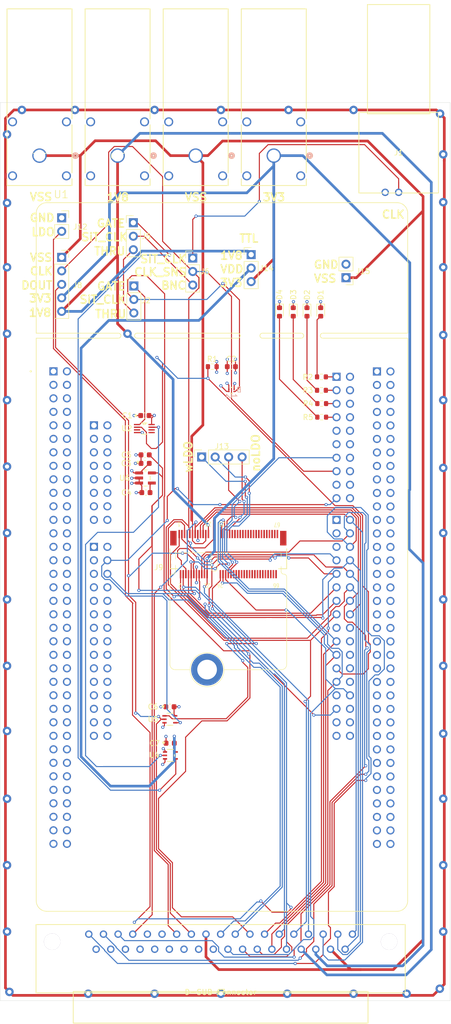
<source format=kicad_pcb>
(kicad_pcb (version 20240108) (generator "pcbnew") (generator_version "8.0")
  (layers (0 "F.Cu" signal) (1 "In1.Cu" power "GND") (2 "In2.Cu" power "PWR") (31 "B.Cu" signal) (34 "B.Paste" user) (35 "F.Paste" user) (36 "B.SilkS" user "B.Silkscreen") (37 "F.SilkS" user "F.Silkscreen") (38 "B.Mask" user) (39 "F.Mask" user) (44 "Edge.Cuts" user))
  (net 0 "")
  (net 1 "GND")
  (net 2 "+3.3V")
  (net 3 "Net-(U6-BYPASS)")
  (net 4 "+1V8")
  (net 5 "VDD_SMU")
  (net 6 "Net-(J6-Pin_1)")
  (net 7 "Net-(J2-Pin_1)")
  (net 8 "Net-(J2-Pin_3)")
  (net 9 "OSC_3V3_PA0_D32")
  (net 10 "VDD_SMU_3V3")
  (net 11 "VSS_SMU")
  (net 12 "Net-(J5-Pin_1)")
  (net 13 "Net-(J5-Pin_2)")
  (net 14 "CLK_TO_SENSOR")
  (net 15 "D_OUT_TX_PD5_D53")
  (net 16 "selX_1")
  (net 17 "ip_en")
  (net 19 "selX_2")
  (net 20 "mode_0")
  (net 21 "LDO_out")
  (net 22 "test_ready_out")
  (net 23 "por_en")
  (net 25 "margin_Read_1")
  (net 28 "selY_0")
  (net 29 "VDD_SMU_1V8")
  (net 30 "Ref_osc_div4")
  (net 31 "selY_2")
  (net 32 "selY_1")
  (net 34 "selX_0")
  (net 35 "PSI_osc_div4")
  (net 38 "selY_3")
  (net 39 "mode_1")
  (net 40 "test_enable")
  (net 41 "margin_Read_0")
  (net 44 "test_data_out")
  (net 45 "wLDO_PAD2")
  (net 46 "noLDO_PAD1")
  (net 47 "wLDO_PAD1")
  (net 48 "noLDO_PAD2")
  (net 49 "SiT_CLK_EN_PD11_D30")
  (net 97 "D_OUT_RX_PD6_D52")
  (net 120 "+5V")
  (net 256 "Net-(U4-A)")
  (net 295 "Net-(D1-A)")
  (net 296 "Net-(D2-A)")
  (net 297 "Net-(D3-A)")
  (net 298 "Net-(D4-A)")
  (net 299 "LED_0")
  (net 300 "LED_1")
  (net 301 "LED_2")
  (net 302 "LED_3")
  (footprint "Resistor_SMD:R_0603_1608Metric" (layer "F.Cu") (at 190.525 125.725)
    (property "Reference" "R5")
    (property "Value" "330")
  )
  (footprint "Connector_PinHeader_2.54mm:PinHeader_1x03_P2.54mm_Vertical" (layer "F.Cu") (at 155.025 89.145)
    (property "Reference" "J5")
    (property "Value" "Conn_01x03_Pin")
  )
  (footprint "LED_SMD:LED_0603_1608Metric" (layer "F.Cu") (at 185.16 105.94 -90)
    (property "Reference" "D3")
    (property "Value" "LED")
  )
  (footprint "Connector_PinHeader_2.54mm:PinHeader_1x03_P2.54mm_Vertical" (layer "F.Cu") (at 166.225 95.785)
    (property "Reference" "J6")
    (property "Value" "Conn_01x03_Pin")
  )
  (footprint "Connector_PinHeader_2.54mm:PinHeader_1x02_P2.54mm_Vertical" (layer "F.Cu") (at 195.1 99.49 180)
    (property "Reference" "J15")
    (property "Value" "Conn_01x02_Pin")
  )
  (footprint "Resistor_SMD:R_0603_1608Metric" (layer "F.Cu") (at 190.475 118.15)
    (property "Reference" "R2")
    (property "Value" "330")
  )
  (footprint "Capacitor_SMD:C_0603_1608Metric" (layer "F.Cu") (at 157.2 125.425 180)
    (property "Reference" "C1")
    (property "Value" "100nF")
  )
  (footprint "Resistor_SMD:R_0603_1608Metric" (layer "F.Cu") (at 169.9 116.225)
    (property "Reference" "R1")
    (property "Value" "10K")
  )
  (footprint "Connector_PinSocket_2.54mm:PinSocket_1x04_P2.54mm_Vertical" (layer "F.Cu") (at 167.905 133.225 90)
    (property "Reference" "J13")
    (property "Value" "MEMS_PINOUT")
  )
  (footprint "Capacitor_SMD:C_0603_1608Metric" (layer "F.Cu") (at 157.4 139.925 180)
    (property "Reference" "C4")
    (property "Value" "10nF")
  )
  (footprint "LED_SMD:LED_0603_1608Metric" (layer "F.Cu") (at 182.57 105.94 -90)
    (property "Reference" "D4")
    (property "Value" "LED")
  )
  (footprint "InHouseFootprints:CONN_CONBN_LNX" (layer "F.Cu") (at 205.025 75.9701)
    (property "Reference" "J1")
    (property "Value" "BNC")
  )
  (footprint "InHouseFootprints:BGA4_SiT1532_SIT" (layer "F.Cu") (at 173.525 119.825)
    (property "Reference" "XTAL1" (hide yes))
    (property "Value" "SIT1552AC-JE-DCC-32.768E")
  )
  (footprint "Connector_PinHeader_2.54mm:PinHeader_1x03_P2.54mm_Vertical" (layer "F.Cu") (at 155.125 101.045)
    (property "Reference" "J2")
    (property "Value" "Conn_01x03_Pin")
  )
  (footprint "InHouseFootprints:DCU8" (layer "F.Cu") (at 157.0966 127.875)
    (property "Reference" "U2")
    (property "Value" "74LVC2G08")
  )
  (footprint "Resistor_SMD:R_0603_1608Metric" (layer "F.Cu") (at 190.525 123.175)
    (property "Reference" "R4")
    (property "Value" "330")
  )
  (footprint "Capacitor_SMD:C_0603_1608Metric" (layer "F.Cu") (at 161.968 187.074999 180)
    (property "Reference" "C7")
    (property "Value" "100nF")
  )
  (footprint "Capacitor_SMD:C_0603_1608Metric" (layer "F.Cu") (at 161.925 180.225 180)
    (property "Reference" "C6")
    (property "Value" "100nF")
  )
  (footprint "InHouseFootprints:SC70-5_2P2X1P3_ONS" (layer "F.Cu") (at 161.909 182.575001)
    (property "Reference" "U5")
    (property "Value" "FXLP34P5X")
  )
  (footprint "Connector_PinSocket_2.54mm:PinSocket_1x05_P2.54mm_Vertical" (layer "F.Cu") (at 141.525 95.665)
    (property "Reference" "J8")
    (property "Value" "LP8_PINOUT")
  )
  (footprint "InHouseFootprints:MODULE_NUCLEO-F429ZI" (layer "F.Cu") (at 171.725604 152.0398)
    (property "Reference" "U1")
    (property "Value" "NUCLEO-F429ZI")
  )
  (footprint "InHouseFootprints:CONN1_FCR7350R_CLF" (layer "F.Cu") (at 137.3436 76.522305 180)
    (property "Reference" "J11")
    (property "Value" "FCR7350R")
  )
  (footprint "InHouseFootprints:CONN1_FCR7350R_CLF" (layer "F.Cu") (at 152.0596 76.522305 180)
    (property "Reference" "J10")
    (property "Value" "FCR7350R")
  )
  (footprint "LED_SMD:LED_0603_1608Metric" (layer "F.Cu") (at 187.75 105.94 -90)
    (property "Reference" "D2")
    (property "Value" "LED")
  )
  (footprint "InHouseFootprints:M.2-CONNECTOR-E" (layer "F.Cu") (at 172.9247 152.9975 180)
    (property "Reference" "J9")
    (property "Value" "MDT420E01001" (hide yes))
  )
  (footprint "InHouseFootprints:D37P33E4GX00LF" (layer "F.Cu") (at 171.475 233.924998 180)
    (property "Reference" "J7")
    (property "Value" "D-SUB Connector")
  )
  (footprint "Resistor_SMD:R_0603_1608Metric" (layer "F.Cu") (at 190.475 120.675)
    (property "Reference" "R3")
    (property "Value" "330")
  )
  (footprint "Connector_PinSocket_2.54mm:PinSocket_1x02_P2.54mm_Vertical" (layer "F.Cu") (at 141.525 88.225)
    (property "Reference" "J12")
    (property "Value" "LDO_SAMPLE")
  )
  (footprint "LED_SMD:LED_0603_1608Metric" (layer "F.Cu") (at 190.34 105.94 -90)
    (property "Reference" "D1")
    (property "Value" "LED")
  )
  (footprint "Capacitor_SMD:C_0603_1608Metric" (layer "F.Cu") (at 157.25 134.425 180)
    (property "Reference" "C3")
    (property "Value" "1uF")
  )
  (footprint "InHouseFootprints:CONN1_FCR7350R_CLF" (layer "F.Cu") (at 166.7756 76.522305 180)
    (property "Reference" "J4")
    (property "Value" "FCR7350R")
  )
  (footprint "Capacitor_SMD:C_0603_1608Metric" (layer "F.Cu") (at 173.5 116.225)
    (property "Reference" "C2")
    (property "Value" "1uF")
  )
  (footprint "Connector_PinHeader_2.54mm:PinHeader_1x03_P2.54mm_Vertical" (layer "F.Cu") (at 177.225 95.145)
    (property "Reference" "J14")
    (property "Value" "Conn_01x03_Pin")
  )
  (footprint "InHouseFootprints:DBV5" (layer "F.Cu") (at 157.3188 137.174999)
    (property "Reference" "U6")
    (property "Value" "TPS79018DBVT")
  )
  (footprint "InHouseFootprints:CONN1_FCR7350R_CLF" (layer "F.Cu") (at 181.4916 76.522305 180)
    (property "Reference" "J3")
    (property "Value" "FCR7350R")
  )
  (footprint "Capacitor_SMD:C_0603_1608Metric" (layer "F.Cu") (at 157.25 132.825 180)
    (property "Reference" "C5")
    (property "Value" "4.7uF")
  )
  (footprint "InHouseFootprints:SC70-5_2P2X1P3_ONS" (layer "F.Cu") (at 162.009 189.374999)
    (property "Reference" "U4")
    (property "Value" "FXLP34P5X")
  )
  (footprint "" (layer "F.Cu") (at 168.925 173.225 180)
    (property "Reference" "")
    (property "Value" "")
  )
  (gr_rect (start 129.925 66.525) (end 214.725 235.525) (stroke (width 0.05)) (fill none) (layer "Edge.Cuts"))
  (gr_text "VDD" (at 171.25 98.75 0) (layer "F.SilkS") (effects (font (size 1.5 1.5) (thickness 0.3) (bold yes)) (justify left bottom)))
  (gr_text "GND" (at 135.35 89.1 0) (layer "F.SilkS") (effects (font (size 1.5 1.5) (thickness 0.3) (bold yes)) (justify left bottom)))
  (gr_text "VSS" (at 188.9 100.525 0) (layer "F.SilkS") (effects (font (size 1.5 1.5) (thickness 0.3) (bold yes)) (justify left bottom)))
  (gr_text "TTL" (at 174.85 92.975 0) (layer "F.SilkS") (effects (font (size 1.5 1.5) (thickness 0.3) (bold yes)) (justify left bottom)))
  (gr_text "wLDO" (at 166.25 136.325 90) (layer "F.SilkS") (effects (font (size 1.5 1.5) (thickness 0.3) (bold yes)) (justify left bottom)))
  (gr_text "GATE" (at 148.025 101.975 0) (layer "F.SilkS") (effects (font (size 1.5 1.5) (thickness 0.3) (bold yes)) (justify left bottom)))
  (gr_text "THRU" (at 147.5 95.375 0) (layer "F.SilkS") (effects (font (size 1.5 1.5) (thickness 0.3) (bold yes)) (justify left bottom)))
  (gr_text "CLK_SNS" (at 155.025 99.3 0) (layer "F.SilkS") (effects (font (size 1.5 1.5) (thickness 0.3) (bold yes)) (justify left bottom)))
  (gr_text "CLK" (at 201.7 88.475 0) (layer "F.SilkS") (effects (font (size 1.5 1.5) (thickness 0.3) (bold yes)) (justify left bottom)))
  (gr_text "VSS" (at 135.375 96.575 0) (layer "F.SilkS") (effects (font (size 1.5 1.5) (thickness 0.3) (bold yes)) (justify left bottom)))
  (gr_text "SiT_CLK" (at 144.725 104.475 0) (layer "F.SilkS") (effects (font (size 1.5 1.5) (thickness 0.3) (bold yes)) (justify left bottom)))
  (gr_text "SiT_CLK" (at 145.075 92.725 0) (layer "F.SilkS") (effects (font (size 1.5 1.5) (thickness 0.3) (bold yes)) (justify left bottom)))
  (gr_text "GATE" (at 147.975 90.15 0) (layer "F.SilkS") (effects (font (size 1.5 1.5) (thickness 0.3) (bold yes)) (justify left bottom)))
  (gr_text "CLK" (at 135.375 99.125 0) (layer "F.SilkS") (effects (font (size 1.5 1.5) (thickness 0.3) (bold yes)) (justify left bottom)))
  (gr_text "DOUT" (at 133.75 101.8 0) (layer "F.SilkS") (effects (font (size 1.5 1.5) (thickness 0.3) (bold yes)) (justify left bottom)))
  (gr_text "LDO" (at 135.675 91.775 0) (layer "F.SilkS") (effects (font (size 1.5 1.5) (thickness 0.3) (bold yes)) (justify left bottom)))
  (gr_text "BNC" (at 160.125 101.825 0) (layer "F.SilkS") (effects (font (size 1.5 1.5) (thickness 0.3) (bold yes)) (justify left bottom)))
  (gr_text "1V8" (at 149.825 85.225 0) (layer "F.SilkS") (effects (font (size 1.5 1.5) (thickness 0.3) (bold yes)) (justify left bottom)))
  (gr_text "3V3" (at 135.225 104.25 0) (layer "F.SilkS") (effects (font (size 1.5 1.5) (thickness 0.3) (bold yes)) (justify left bottom)))
  (gr_text "3V3" (at 179.25 85.225 0) (layer "F.SilkS") (effects (font (size 1.5 1.5) (thickness 0.3) (bold yes)) (justify left bottom)))
  (gr_text "THRU" (at 147.675 107.2 0) (layer "F.SilkS") (effects (font (size 1.5 1.5) (thickness 0.3) (bold yes)) (justify left bottom)))
  (gr_text "1V8" (at 135.175 106.95 0) (layer "F.SilkS") (effects (font (size 1.5 1.5) (thickness 0.3) (bold yes)) (justify left bottom)))
  (gr_text "VSS" (at 135.35 85.175 0) (layer "F.SilkS") (effects (font (size 1.5 1.5) (thickness 0.3) (bold yes)) (justify left bottom)))
  (gr_text "SiT_CLK" (at 156.175 96.85 0) (layer "F.SilkS") (effects (font (size 1.5 1.5) (thickness 0.3) (bold yes)) (justify left bottom)))
  (gr_text "VSS" (at 164.575 85.225 0) (layer "F.SilkS") (effects (font (size 1.5 1.5) (thickness 0.3) (bold yes)) (justify left bottom)))
  (gr_text "noLDO" (at 178.975 136.15 90) (layer "F.SilkS") (effects (font (size 1.5 1.5) (thickness 0.3) (bold yes)) (justify left bottom)))
  (gr_text "3V3" (at 171.2 101.325 0) (layer "F.SilkS") (effects (font (size 1.5 1.5) (thickness 0.3) (bold yes)) (justify left bottom)))
  (gr_text "GND" (at 188.875 97.925 0) (layer "F.SilkS") (effects (font (size 1.5 1.5) (thickness 0.3) (bold yes)) (justify left bottom)))
  (gr_text "1V8" (at 171.25 96.2 0) (layer "F.SilkS") (effects (font (size 1.5 1.5) (thickness 0.3) (bold yes)) (justify left bottom)))
  (segment (start 132.325 234.525) (end 130.925 233.125) (width 0.5) (layer "F.Cu") (net 1))
  (segment (start 130.925 72.525) (end 130.925 69.525) (width 0.5) (layer "F.Cu") (net 1))
  (segment (start 130.925 122.525) (end 130.925 110.025) (width 0.5) (layer "F.Cu") (net 1))
  (segment (start 213.625 69.425) (end 212.125 67.925) (width 0.5) (layer "F.Cu") (net 1))
  (segment (start 213.625 97.525) (end 213.425 97.525) (width 0.5) (layer "F.Cu") (net 1))
  (segment (start 154.775001 137.174999) (end 154.725 137.225) (width 0.2) (layer "F.Cu") (net 1))
  (segment (start 213.625 147.525) (end 213.625 160.025) (width 0.5) (layer "F.Cu") (net 1))
  (segment (start 190.34 105.1525) (end 190.34 104.015) (width 0.2) (layer "F.Cu") (net 1))
  (segment (start 130.925 222.525) (end 130.925 210.025) (width 0.5) (layer "F.Cu") (net 1))
  (segment (start 213.625 85.275) (end 213.425 85.275) (width 0.5) (layer "F.Cu") (net 1))
  (segment (start 160.993 190.632) (end 160.55 191.075) (width 0.2) (layer "F.Cu") (net 1))
  (segment (start 172.5936 120.8936) (end 171.525 119.825) (width 0.2) (layer "F.Cu") (net 1))
  (segment (start 131.125 85.525) (end 131.225 85.425) (width 0.5) (layer "F.Cu") (net 1))
  (segment (start 213.625 172.525) (end 213.625 185.275) (width 0.5) (layer "F.Cu") (net 1))
  (segment (start 213.625 77.525) (end 213.625 85.275) (width 0.5) (layer "F.Cu") (net 1))
  (segment (start 213.625 222.525) (end 213.625 232.425) (width 0.5) (layer "F.Cu") (net 1))
  (segment (start 174.275 116.225) (end 174.275 114.825) (width 0.2) (layer "F.Cu") (net 1))
  (segment (start 171.525 234.525) (end 171.525 234.225) (width 0.5) (layer "F.Cu") (net 1))
  (segment (start 161.193 185.818) (end 161.175 185.8) (width 0.2) (layer "F.Cu") (net 1))
  (segment (start 130.925 72.525) (end 130.925 85.125) (width 0.5) (layer "F.Cu") (net 1))
  (segment (start 213.625 135.275) (end 213.425 135.275) (width 0.5) (layer "F.Cu") (net 1))
  (segment (start 182.57 105.1525) (end 182.57 103.98) (width 0.2) (layer "F.Cu") (net 1))
  (segment (start 213.625 210.025) (end 213.625 222.525) (width 0.5) (layer "F.Cu") (net 1))
  (segment (start 213.625 122.525) (end 213.425 122.525) (width 0.5) (layer "F.Cu") (net 1))
  (segment (start 130.925 210.025) (end 130.925 197.525) (width 0.5) (layer "F.Cu") (net 1))
  (segment (start 170.725 116.225) (end 170.725 117.275) (width 0.2) (layer "F.Cu") (net 1))
  (segment (start 212.125 67.925) (end 144.025 67.925) (width 0.5) (layer "F.Cu") (net 1))
  (segment (start 213.625 185.275) (end 213.425 185.275) (width 0.5) (layer "F.Cu") (net 1))
  (segment (start 130.925 197.525) (end 130.925 184.775) (width 0.5) (layer "F.Cu") (net 1))
  (segment (start 130.925 72.525) (end 131.225 72.525) (width 0.5) (layer "F.Cu") (net 1))
  (segment (start 173.025001 119.700001) (end 172.675 119.35) (width 0.2) (layer "F.Cu") (net 1))
  (segment (start 213.625 197.525) (end 213.425 197.525) (width 0.5) (layer "F.Cu") (net 1))
  (segment (start 182.57 103.98) (end 182.575 103.975) (width 0.2) (layer "F.Cu") (net 1))
  (segment (start 130.925 97.525) (end 131.225 97.525) (width 0.5) (layer "F.Cu") (net 1))
  (segment (start 213.625 110.275) (end 213.625 122.525) (width 0.5) (layer "F.Cu") (net 1))
  (segment (start 213.625 122.525) (end 213.625 135.275) (width 0.5) (layer "F.Cu") (net 1))
  (segment (start 213.625 160.025) (end 213.425 160.025) (width 0.5) (layer "F.Cu") (net 1))
  (segment (start 130.925 147.525) (end 131.225 147.525) (width 0.5) (layer "F.Cu") (net 1))
  (segment (start 206.525 234.525) (end 206.525 234.225) (width 0.5) (layer "F.Cu") (net 1))
  (segment (start 130.925 172.525) (end 131.225 172.525) (width 0.5) (layer "F.Cu") (net 1))
  (segment (start 160.993 190.024998) (end 160.993 190.632) (width 0.2) (layer "F.Cu") (net 1))
  (segment (start 130.925 160.025) (end 130.925 147.525) (width 0.5) (layer "F.Cu") (net 1))
  (segment (start 130.925 135.025) (end 130.925 122.525) (width 0.5) (layer "F.Cu") (net 1))
  (segment (start 160.893 183.225) (end 160.893 183.757) (width 0.2) (layer "F.Cu") (net 1))
  (segment (start 155.725 128.625001) (end 156.7 128.625) (width 0.2) (layer "F.Cu") (net 1))
  (segment (start 170.725 116.225) (end 170.725 115.275) (width 0.2) (layer "F.Cu") (net 1))
  (segment (start 206.525 234.525) (end 196.525 234.525) (width 0.5) (layer "F.Cu") (net 1))
  (segment (start 213.625 197.525) (end 213.625 210.025) (width 0.5) (layer "F.Cu") (net 1))
  (segment (start 174.275 116.225) (end 174.275 117.375) (width 0.2) (layer "F.Cu") (net 1))
  (segment (start 130.925 184.775) (end 131.225 184.775) (width 0.5) (layer "F.Cu") (net 1))
  (segment (start 130.925 97.525) (end 130.925 85.525) (width 0.5) (layer "F.Cu") (net 1))
  (segment (start 184.025 234.525) (end 171.525 234.525) (width 0.5) (layer "F.Cu") (net 1))
  (segment (start 132.525 67.925) (end 144.025 67.925) (width 0.5) (layer "F.Cu") (net 1))
  (segment (start 154.775 138.125) (end 154.725 138.175) (width 0.2) (layer "F.Cu") (net 1))
  (segment (start 130.925 85.525) (end 131.125 85.525) (width 0.5) (layer "F.Cu") (net 1))
  (segment (start 213.625 147.525) (end 213.425 147.525) (width 0.5) (layer "F.Cu") (net 1))
  (segment (start 130.925 135.025) (end 131.225 135.025) (width 0.5) (layer "F.Cu") (net 1))
  (segment (start 213.625 222.525) (end 213.425 222.525) (width 0.5) (layer "F.Cu") (net 1))
  (segment (start 156.475 132.825) (end 155.525 132.825) (width 0.2) (layer "F.Cu") (net 1))
  (segment (start 130.925 172.525) (end 130.925 160.025) (width 0.5) (layer "F.Cu") (net 1))
  (segment (start 167.1747 147.7225) (end 167.1747 148.8997) (width 0.2) (layer "F.Cu") (net 1))
  (segment (start 213.625 232.425) (end 211.525 234.525) (width 0.5) (layer "F.Cu") (net 1))
  (segment (start 213.625 210.025) (end 213.425 210.025) (width 0.5) (layer "F.Cu") (net 1))
  (segment (start 156.475 134.425) (end 155.425 134.425) (width 0.2) (layer "F.Cu") (net 1))
  (segment (start 130.925 222.525) (end 131.225 222.525) (width 0.5) (layer "F.Cu") (net 1))
  (segment (start 190.34 104.015) (end 190.325 104) (width 0.2) (layer "F.Cu") (net 1))
  (segment (start 156.125 137.174999) (end 154.775001 137.174999) (width 0.2) (layer "F.Cu") (net 1))
  (segment (start 130.925 110.025) (end 130.925 97.525) (width 0.5) (layer "F.Cu") (net 1))
  (segment (start 213.625 135.275) (end 213.625 147.525) (width 0.5) (layer "F.Cu") (net 1))
  (segment (start 130.925 147.525) (end 130.925 135.025) (width 0.5) (layer "F.Cu") (net 1))
  (segment (start 213.625 110.275) (end 213.425 110.275) (width 0.5) (layer "F.Cu") (net 1))
  (segment (start 196.525 234.525) (end 184.025 234.525) (width 0.5) (layer "F.Cu") (net 1))
  (segment (start 213.625 77.525) (end 213.625 76.475) (width 0.5) (layer "F.Cu") (net 1))
  (segment (start 130.925 197.525) (end 131.225 197.525) (width 0.5) (layer "F.Cu") (net 1))
  (segment (start 130.925 122.525) (end 131.225 122.525) (width 0.5) (layer "F.Cu") (net 1))
  (segment (start 160.893 183.757) (end 160.575 184.075) (width 0.2) (layer "F.Cu") (net 1))
  (segment (start 185.16 105.1525) (end 185.16 104.04) (width 0.2) (layer "F.Cu") (net 1))
  (segment (start 171.525 234.525) (end 159.025 234.525) (width 0.5) (layer "F.Cu") (net 1))
  (segment (start 146.525 234.525) (end 132.325 234.525) (width 0.5) (layer "F.Cu") (net 1))
  (segment (start 213.625 160.025) (end 213.625 172.525) (width 0.5) (layer "F.Cu") (net 1))
  (segment (start 156.425 125.425) (end 155.175 125.425) (width 0.2) (layer "F.Cu") (net 1))
  (segment (start 161.193 187.074999) (end 161.193 185.818) (width 0.2) (layer "F.Cu") (net 1))
  (segment (start 130.925 160.025) (end 131.225 160.025) (width 0.5) (layer "F.Cu") (net 1))
  (segment (start 187.75 105.1525) (end 187.75 104) (width 0.2) (layer "F.Cu") (net 1))
  (segment (start 146.525 234.525) (end 146.525 234.225) (width 0.5) (layer "F.Cu") (net 1))
  (segment (start 213.625 172.525) (end 213.425 172.525) (width 0.5) (layer "F.Cu") (net 1))
  (segment (start 130.925 184.775) (end 130.925 172.525) (width 0.5) (layer "F.Cu") (net 1))
  (segment (start 156.125 138.125) (end 154.775 138.125) (width 0.2) (layer "F.Cu") (net 1))
  (segment (start 184.025 234.525) (end 184.025 234.225) (width 0.5) (layer "F.Cu") (net 1))
  (segment (start 185.16 104.04) (end 185.2 104) (width 0.2) (layer "F.Cu") (net 1))
  (segment (start 173.025001 120.4836) (end 173.025001 119.700001) (width 0.2) (layer "F.Cu") (net 1))
  (segment (start 159.025 234.525) (end 146.525 234.525) (width 0.5) (layer "F.Cu") (net 1))
  (segment (start 173.025001 120.8936) (end 172.5936 120.8936) (width 0.2) (layer "F.Cu") (net 1))
  (segment (start 213.625 185.275) (end 213.625 197.525) (width 0.5) (layer "F.Cu") (net 1))
  (segment (start 213.625 97.525) (end 213.625 110.275) (width 0.5) (layer "F.Cu") (net 1))
  (segment (start 161.15 180.225) (end 160.225 180.225) (width 0.2) (layer "F.Cu") (net 1))
  (segment (start 196.525 234.525) (end 196.525 234.225) (width 0.5) (layer "F.Cu") (net 1))
  (segment (start 173.025001 120.4836) (end 173.025001 120.8936) (width 0.2) (layer "F.Cu") (net 1))
  (segment (start 213.625 77.525) (end 213.625 69.425) (width 0.5) (layer "F.Cu") (net 1))
  (segment (start 130.925 233.125) (end 130.925 222.525) (width 0.5) (layer "F.Cu") (net 1))
  (segment (start 130.925 69.525) (end 132.525 67.925) (width 0.5) (layer "F.Cu") (net 1))
  (segment (start 156.625 138.625) (end 156.125 138.125) (width 0.2) (layer "F.Cu") (net 1))
  (segment (start 211.525 234.525) (end 206.525 234.525) (width 0.5) (layer "F.Cu") (net 1))
  (segment (start 156.625 139.925) (end 155.575 139.925) (width 0.2) (layer "F.Cu") (net 1))
  (segment (start 130.925 110.025) (end 131.225 110.025) (width 0.5) (layer "F.Cu") (net 1))
  (segment (start 156.125 137.174999) (end 156.125 138.125) (width 0.2) (layer "F.Cu") (net 1))
  (segment (start 156.475 132.825) (end 156.475 134.425) (width 0.2) (layer "F.Cu") (net 1))
  (segment (start 167.1747 148.8997) (end 167.2 148.925) (width 0.2) (layer "F.Cu") (net 1))
  (segment (start 213.625 76.475) (end 213.425 76.275) (width 0.5) (layer "F.Cu") (net 1))
  (segment (start 213.625 85.275) (end 213.625 97.525) (width 0.5) (layer "F.Cu") (net 1))
  (segment (start 130.925 210.025) (end 131.225 210.025) (width 0.5) (layer "F.Cu") (net 1))
  (segment (start 159.025 234.525) (end 159.025 234.225) (width 0.5) (layer "F.Cu") (net 1))
  (segment (start 156.625 139.925) (end 156.625 138.625) (width 0.2) (layer "F.Cu") (net 1))
  (segment (start 130.925 85.125) (end 131.225 85.425) (width 0.5) (layer "F.Cu") (net 1))
  (via (at 144.025 67.925) (size 1.6) (drill 0.8) (layers "F.Cu" "B.Cu") (net 1))
  (via (at 206.525 234.225) (size 1.6) (drill 0.8) (layers "F.Cu" "B.Cu") (net 1))
  (via (at 131.225 197.525) (size 1.6) (drill 0.8) (layers "F.Cu" "B.Cu") (net 1))
  (via (at 172.675 119.35) (size 0.6) (drill 0.3) (layers "F.Cu" "B.Cu") (net 1))
  (via (at 131.225 172.525) (size 1.6) (drill 0.8) (layers "F.Cu" "B.Cu") (net 1))
  (via (at 167.2 148.925) (size 0.6) (drill 0.3) (layers "F.Cu" "B.Cu") (net 1))
  (via (at 171.525 119.825) (size 0.6) (drill 0.3) (layers "F.Cu" "B.Cu") (net 1))
  (via (at 182.575 103.975) (size 0.6) (drill 0.3) (layers "F.Cu" "B.Cu") (net 1))
  (via (at 213.425 110.275) (size 1.6) (drill 0.8) (layers "F.Cu" "B.Cu") (net 1))
  (via (at 213.425 135.275) (size 1.6) (drill 0.8) (layers "F.Cu" "B.Cu") (net 1))
  (via (at 131.225 110.025) (size 1.6) (drill 0.8) (layers "F.Cu" "B.Cu") (net 1))
  (via (at 212.825 68.625) (size 1.6) (drill 0.8) (layers "F.Cu" "B.Cu") (net 1))
  (via (at 159.025 234.225) (size 1.6) (drill 0.8) (layers "F.Cu" "B.Cu") (net 1))
  (via (at 159.025 67.925) (size 1.6) (drill 0.8) (layers "F.Cu" "B.Cu") (net 1))
  (via (at 131.225 184.775) (size 1.6) (drill 0.8) (layers "F.Cu" "B.Cu") (net 1))
  (via (at 134.025 67.925) (size 1.6) (drill 0.8) (layers "F.Cu" "B.Cu") (net 1))
  (via (at 155.425 134.425) (size 0.6) (drill 0.3) (layers "F.Cu" "B.Cu") (net 1))
  (via (at 131.225 97.525) (size 1.6) (drill 0.8) (layers "F.Cu" "B.Cu") (net 1))
  (via (at 174.275 114.825) (size 0.6) (drill 0.3) (layers "F.Cu" "B.Cu") (net 1))
  (via (at 213.425 160.025) (size 1.6) (drill 0.8) (layers "F.Cu" "B.Cu") (net 1))
  (via (at 131.225 160.025) (size 1.6) (drill 0.8) (layers "F.Cu" "B.Cu") (net 1))
  (via (at 131.225 135.025) (size 1.6) (drill 0.8) (layers "F.Cu" "B.Cu") (net 1))
  (via (at 174.275 117.375) (size 0.6) (drill 0.3) (layers "F.Cu" "B.Cu") (net 1))
  (via (at 196.525 67.925) (size 1.6) (drill 0.8) (layers "F.Cu" "B.Cu") (net 1))
  (via (at 170.725 117.275) (size 0.6) (drill 0.3) (layers "F.Cu" "B.Cu") (net 1))
  (via (at 213.425 222.525) (size 1.6) (drill 0.8) (layers "F.Cu" "B.Cu") (net 1))
  (via (at 161.175 185.8) (size 0.6) (drill 0.3) (layers "F.Cu" "B.Cu") (net 1))
  (via (at 171.525 67.925) (size 1.6) (drill 0.8) (layers "F.Cu" "B.Cu") (net 1))
  (via (at 131.225 222.525) (size 1.6) (drill 0.8) (layers "F.Cu" "B.Cu") (net 1))
  (via (at 213.425 76.275) (size 1.6) (drill 0.8) (layers "F.Cu" "B.Cu") (net 1))
  (via (at 187.75 104) (size 0.6) (drill 0.3) (layers "F.Cu" "B.Cu") (net 1))
  (via (at 131.225 122.525) (size 1.6) (drill 0.8) (layers "F.Cu" "B.Cu") (net 1))
  (via (at 213.425 122.525) (size 1.6) (drill 0.8) (layers "F.Cu" "B.Cu") (net 1))
  (via (at 213.425 97.525) (size 1.6) (drill 0.8) (layers "F.Cu" "B.Cu") (net 1))
  (via (at 131.225 72.525) (size 1.6) (drill 0.8) (layers "F.Cu" "B.Cu") (net 1))
  (via (at 212.775 233.275) (size 1.6) (drill 0.8) (layers "F.Cu" "B.Cu") (net 1))
  (via (at 154.725 137.225) (size 0.6) (drill 0.3) (layers "F.Cu" "B.Cu") (net 1))
  (via (at 213.425 197.525) (size 1.6) (drill 0.8) (layers "F.Cu" "B.Cu") (net 1))
  (via (at 213.425 172.525) (size 1.6) (drill 0.8) (layers "F.Cu" "B.Cu") (net 1))
  (via (at 213.425 147.525) (size 1.6) (drill 0.8) (layers "F.Cu" "B.Cu") (net 1))
  (via (at 213.425 85.275) (size 1.6) (drill 0.8) (layers "F.Cu" "B.Cu") (net 1))
  (via (at 131.225 85.425) (size 1.6) (drill 0.8) (layers "F.Cu" "B.Cu") (net 1))
  (via (at 184.025 234.225) (size 1.6) (drill 0.8) (layers "F.Cu" "B.Cu") (net 1))
  (via (at 155.575 139.925) (size 0.6) (drill 0.3) (layers "F.Cu" "B.Cu") (net 1))
  (via (at 213.425 185.275) (size 1.6) (drill 0.8) (layers "F.Cu" "B.Cu") (net 1))
  (via (at 184.275 67.925) (size 1.6) (drill 0.8) (layers "F.Cu" "B.Cu") (net 1))
  (via (at 131.675 233.875) (size 1.6) (drill 0.8) (layers "F.Cu" "B.Cu") (net 1))
  (via (at 154.725 138.175) (size 0.6) (drill 0.3) (layers "F.Cu" "B.Cu") (net 1))
  (via (at 190.325 104) (size 0.6) (drill 0.3) (layers "F.Cu" "B.Cu") (net 1))
  (via (at 170.725 115.275) (size 0.6) (drill 0.3) (layers "F.Cu" "B.Cu") (net 1))
  (via (at 131.225 147.525) (size 1.6) (drill 0.8) (layers "F.Cu" "B.Cu") (net 1))
  (via (at 155.175 125.425) (size 0.6) (drill 0.3) (layers "F.Cu" "B.Cu") (net 1))
  (via (at 160.225 180.225) (size 0.6) (drill 0.3) (layers "F.Cu" "B.Cu") (net 1))
  (via (at 160.55 191.075) (size 0.6) (drill 0.3) (layers "F.Cu" "B.Cu") (net 1))
  (via (at 155.525 132.825) (size 0.6) (drill 0.3) (layers "F.Cu" "B.Cu") (net 1))
  (via (at 156.7 128.625) (size 0.6) (drill 0.3) (layers "F.Cu" "B.Cu") (net 1))
  (via (at 196.525 234.225) (size 1.6) (drill 0.8) (layers "F.Cu" "B.Cu") (net 1))
  (via (at 131.225 210.025) (size 1.6) (drill 0.8) (layers "F.Cu" "B.Cu") (net 1))
  (via (at 160.575 184.075) (size 0.6) (drill 0.3) (layers "F.Cu" "B.Cu") (net 1))
  (via (at 171.525 234.225) (size 1.6) (drill 0.8) (layers "F.Cu" "B.Cu") (net 1))
  (via (at 146.525 234.225) (size 1.6) (drill 0.8) (layers "F.Cu" "B.Cu") (net 1))
  (via (at 213.425 210.025) (size 1.6) (drill 0.8) (layers "F.Cu" "B.Cu") (net 1))
  (via (at 185.2 104) (size 0.6) (drill 0.3) (layers "F.Cu" "B.Cu") (net 1))
  (segment (start 158.025 134.425) (end 156.225002 136.224998) (width 0.2) (layer "F.Cu") (net 2))
  (segment (start 160.993 188.725) (end 160.993 188.418) (width 0.2) (layer "F.Cu") (net 2))
  (segment (start 174.024999 119.500001) (end 174.125 119.4) (width 0.2) (layer "F.Cu") (net 2))
  (segment (start 158.4682 125.9068) (end 158.975 125.4) (width 0.2) (layer "F.Cu") (net 2))
  (segment (start 166.9247 153.9253) (end 166.925 153.925) (width 0.2) (layer "F.Cu") (net 2))
  (segment (start 158.4682 127.124999) (end 158.4682 125.9068) (width 0.2) (layer "F.Cu") (net 2))
  (segment (start 174.024999 120.4836) (end 174.024999 119.500001) (width 0.2) (layer "F.Cu") (net 2))
  (segment (start 162.7 180.225) (end 162.7 181.700002) (width 0.2) (layer "F.Cu") (net 2))
  (segment (start 155.149998 136.224998) (end 154.725 135.8) (width 0.2) (layer "F.Cu") (net 2))
  (segment (start 172.725 116.225) (end 172.725 117.5) (width 0.2) (layer "F.Cu") (net 2))
  (segment (start 162.7 181.700002) (end 162.925 181.925002) (width 0.2) (layer "F.Cu") (net 2))
  (segment (start 172.725 116.225) (end 172.725 114.85) (width 0.2) (layer "F.Cu") (net 2))
  (segment (start 162.7 180.225) (end 163.625 180.225) (width 0.2) (layer "F.Cu") (net 2))
  (segment (start 166.9247 155.2725) (end 166.9247 156.8747) (width 0.2) (layer "F.Cu") (net 2))
  (segment (start 166.9247 155.2725) (end 166.9247 153.9253) (width 0.2) (layer "F.Cu") (net 2))
  (segment (start 157.975 125.425) (end 158.95 125.425) (width 0.2) (layer "F.Cu") (net 2))
  (segment (start 166.9247 156.8747) (end 166.925 156.875) (width 0.2) (layer "F.Cu") (net 2))
  (segment (start 160.993 188.418) (end 160.675 188.1) (width 0.2) (layer "F.Cu") (net 2))
  (segment (start 156.225002 136.224998) (end 156.125 136.224998) (width 0.2) (layer "F.Cu") (net 2))
  (segment (start 158.95 125.425) (end 158.975 125.4) (width 0.2) (layer "F.Cu") (net 2))
  (segment (start 156.125 136.224998) (end 155.149998 136.224998) (width 0.2) (layer "F.Cu") (net 2))
  (via (at 160.675 188.1) (size 0.6) (drill 0.3) (layers "F.Cu" "B.Cu") (net 2))
  (via (at 166.925 156.875) (size 0.6) (drill 0.3) (layers "F.Cu" "B.Cu") (net 2))
  (via (at 163.625 180.225) (size 0.6) (drill 0.3) (layers "F.Cu" "B.Cu") (net 2))
  (via (at 166.925 153.925) (size 0.6) (drill 0.3) (layers "F.Cu" "B.Cu") (net 2))
  (via (at 172.725 117.5) (size 0.6) (drill 0.3) (layers "F.Cu" "B.Cu") (net 2))
  (via (at 174.125 119.4) (size 0.6) (drill 0.3) (layers "F.Cu" "B.Cu") (net 2))
  (via (at 154.725 135.8) (size 0.6) (drill 0.3) (layers "F.Cu" "B.Cu") (net 2))
  (via (at 172.725 114.85) (size 0.6) (drill 0.3) (layers "F.Cu" "B.Cu") (net 2))
  (via (at 158.975 125.4) (size 0.6) (drill 0.3) (layers "F.Cu" "B.Cu") (net 2))
  (segment (start 158.175 138.4626) (end 158.5126 138.125) (width 0.2) (layer "F.Cu") (net 3))
  (segment (start 158.175 139.925) (end 158.175 138.4626) (width 0.2) (layer "F.Cu") (net 3))
  (segment (start 158.5236 149.9736) (end 158.5236 142.4264) (width 0.2) (layer "F.Cu") (net 4))
  (segment (start 156.075 158.325) (end 156.075 152.4222) (width 0.2) (layer "F.Cu") (net 4))
  (segment (start 160.525 137.225) (end 160.525 137.025) (width 0.2) (layer "F.Cu") (net 4))
  (segment (start 159.724998 136.224998) (end 158.5126 136.224998) (width 0.2) (layer "F.Cu") (net 4))
  (segment (start 160.525 135.325) (end 160.525 137.225) (width 0.2) (layer "F.Cu") (net 4))
  (segment (start 167.4247 156.526171) (end 167.525 156.626471) (width 0.2) (layer "F.Cu") (net 4))
  (segment (start 160.525 140.425) (end 158.575 142.375) (width 0.2) (layer "F.Cu") (net 4))
  (segment (start 167.525 159.825) (end 167.464951 159.885049) (width 0.2) (layer "F.Cu") (net 4))
  (segment (start 158.575 219.345003) (end 154.915003 223.005) (width 0.2) (layer "F.Cu") (net 4))
  (segment (start 158.025 132.825) (end 160.525 135.325) (width 0.2) (layer "F.Cu") (net 4))
  (segment (start 160.525 137.025) (end 159.724998 136.224998) (width 0.2) (layer "F.Cu") (net 4))
  (segment (start 156.075 152.4222) (end 158.5236 149.9736) (width 0.2) (layer "F.Cu") (net 4))
  (segment (start 158.5236 142.4264) (end 160.525 140.425) (width 0.2) (layer "F.Cu") (net 4))
  (segment (start 158.575 142.375) (end 158.575 219.345003) (width 0.2) (layer "F.Cu") (net 4))
  (segment (start 167.4247 155.2725) (end 167.4247 156.526171) (width 0.2) (layer "F.Cu") (net 4))
  (segment (start 160.525 140.425) (end 160.525 137.225) (width 0.2) (layer "F.Cu") (net 4))
  (segment (start 167.525 156.626471) (end 167.525 159.825) (width 0.2) (layer "F.Cu") (net 4))
  (segment (start 154.915003 223.005) (end 156.075 221.845003) (width 0.2) (layer "F.Cu") (net 4))
  (via (at 167.464951 159.885049) (size 0.6) (drill 0.3) (layers "F.Cu" "B.Cu") (net 4))
  (via (at 156.075 158.325) (size 0.6) (drill 0.3) (layers "F.Cu" "B.Cu") (net 4))
  (segment (start 167.464951 159.016422) (end 166.773529 158.325) (width 0.2) (layer "B.Cu") (net 4))
  (segment (start 166.773529 158.325) (end 156.075 158.325) (width 0.2) (layer "B.Cu") (net 4))
  (segment (start 167.464951 159.885049) (end 167.464951 159.016422) (width 0.2) (layer "B.Cu") (net 4))
  (segment (start 162.743 188.443) (end 163.025 188.725) (width 0.2) (layer "F.Cu") (net 5))
  (segment (start 162.743 185.782) (end 162.75 185.775) (width 0.2) (layer "F.Cu") (net 5))
  (segment (start 162.743 187.074999) (end 162.743 188.443) (width 0.2) (layer "F.Cu") (net 5))
  (segment (start 162.743 187.074999) (end 162.743 185.782) (width 0.2) (layer "F.Cu") (net 5))
  (via (at 162.75 185.775) (size 0.6) (drill 0.3) (layers "F.Cu" "B.Cu") (net 5))
  (segment (start 150.725 195.15) (end 158.025 195.15) (width 0.5) (layer "B.Cu") (net 5))
  (segment (start 145.175 112.750556) (end 145.175 189.6) (width 0.5) (layer "B.Cu") (net 5))
  (segment (start 150.400556 107.525) (end 145.175 112.750556) (width 0.5) (layer "B.Cu") (net 5))
  (segment (start 162.75 190.425) (end 162.75 185.775) (width 0.5) (layer "B.Cu") (net 5))
  (segment (start 167.385 107.525) (end 150.400556 107.525) (width 0.5) (layer "B.Cu") (net 5))
  (segment (start 177.225 97.685) (end 167.385 107.525) (width 0.5) (layer "B.Cu") (net 5))
  (segment (start 158.025 195.15) (end 162.75 190.425) (width 0.5) (layer "B.Cu") (net 5))
  (segment (start 145.175 189.6) (end 150.725 195.15) (width 0.5) (layer "B.Cu") (net 5))
  (segment (start 166.225 88.525) (end 166.85 87.9) (width 0.2) (layer "F.Cu") (net 6))
  (segment (start 205.025 80.875) (end 205.025 83.425) (width 0.2) (layer "F.Cu") (net 6))
  (segment (start 179.7 75.175) (end 180 74.875) (width 0.2) (layer "F.Cu") (net 6))
  (segment (start 198.6 74.45) (end 205.025 80.875) (width 0.2) (layer "F.Cu") (net 6))
  (segment (start 179.7 75.175) (end 180.425 74.45) (width 0.2) (layer "F.Cu") (net 6))
  (segment (start 178.775 85.15) (end 178.775 76.1) (width 0.2) (layer "F.Cu") (net 6))
  (segment (start 178.775 76.1) (end 179.7 75.175) (width 0.2) (layer "F.Cu") (net 6))
  (segment (start 166.225 95.785) (end 166.225 88.525) (width 0.2) (layer "F.Cu") (net 6))
  (segment (start 205.025 83.425) (end 205.025 81.511145) (width 0.2) (layer "F.Cu") (net 6))
  (segment (start 180.425 74.45) (end 198.6 74.45) (width 0.2) (layer "F.Cu") (net 6))
  (via (at 178.775 85.15) (size 0.6) (drill 0.3) (layers "F.Cu" "B.Cu") (net 6))
  (via (at 166.85 87.9) (size 0.6) (drill 0.3) (layers "F.Cu" "B.Cu") (net 6))
  (segment (start 166.85 87.9) (end 167 87.75) (width 0.2) (layer "B.Cu") (net 6))
  (segment (start 176.025 87.9) (end 178.775 85.15) (width 0.2) (layer "B.Cu") (net 6))
  (segment (start 166.85 87.9) (end 176.025 87.9) (width 0.2) (layer "B.Cu") (net 6))
  (segment (start 156.1822 127.124999) (end 157.175 126.132199) (width 0.2) (layer "F.Cu") (net 7))
  (segment (start 157.175 103.095) (end 155.125 101.045) (width 0.2) (layer "F.Cu") (net 7))
  (segment (start 155.725 127.124999) (end 156.1822 127.124999) (width 0.2) (layer "F.Cu") (net 7))
  (segment (start 157.175 126.132199) (end 157.175 103.095) (width 0.2) (layer "F.Cu") (net 7))
  (segment (start 153.175 96.075) (end 155.025 94.225) (width 0.2) (layer "F.Cu") (net 8))
  (segment (start 155.125 106.125) (end 153.175 104.175) (width 0.2) (layer "F.Cu") (net 8))
  (segment (start 153.175 104.175) (end 153.175 96.075) (width 0.2) (layer "F.Cu") (net 8))
  (segment (start 175.025 120.109125) (end 175.025 103.67647) (width 0.2) (layer "F.Cu") (net 9))
  (segment (start 172.042158 169.690687) (end 177.007842 169.690687) (width 0.2) (layer "F.Cu") (net 9))
  (segment (start 174.024999 120.8936) (end 174.240525 120.8936) (width 0.2) (layer "F.Cu") (net 9))
  (segment (start 160.825 140.690686) (end 160.825 158.473529) (width 0.2) (layer "F.Cu") (net 9))
  (segment (start 174.240525 120.8936) (end 175.025 120.109125) (width 0.2) (layer "F.Cu") (net 9))
  (segment (start 153.975 99.895) (end 154.77 99.1) (width 0.2) (layer "F.Cu") (net 9))
  (segment (start 153.975 102.435) (end 153.975 99.895) (width 0.2) (layer "F.Cu") (net 9))
  (segment (start 160.825 158.473529) (end 172.042158 169.690687) (width 0.2) (layer "F.Cu") (net 9))
  (segment (start 175.025 103.67647) (end 171.899265 100.550735) (width 0.2) (layer "F.Cu") (net 9))
  (segment (start 154.77 99.1) (end 157.5 99.1) (width 0.2) (layer "F.Cu") (net 9))
  (segment (start 160.925 102.525) (end 160.925 140.590685) (width 0.2) (layer "F.Cu") (net 9))
  (segment (start 189.034997 181.717842) (end 189.034997 181.788898) (width 0.2) (layer "F.Cu") (net 9))
  (segment (start 155.125 103.585) (end 153.975 102.435) (width 0.2) (layer "F.Cu") (net 9))
  (segment (start 177.007842 169.690687) (end 189.034997 181.717842) (width 0.2) (layer "F.Cu") (net 9))
  (segment (start 157.5 99.1) (end 160.925 102.525) (width 0.2) (layer "F.Cu") (net 9))
  (segment (start 160.925 140.590685) (end 160.825 140.690686) (width 0.2) (layer "F.Cu") (net 9))
  (via (at 189.034997 181.788898) (size 0.6) (drill 0.3) (layers "F.Cu" "B.Cu") (net 9))
  (via (at 171.899265 100.550735) (size 0.6) (drill 0.3) (layers "F.Cu" "B.Cu") (net 9))
  (segment (start 171.899265 100.550735) (end 168.865 103.585) (width 0.2) (layer "B.Cu") (net 9))
  (segment (start 192.136506 181.788898) (end 189.034997 181.788898) (width 0.2) (layer "B.Cu") (net 9))
  (segment (start 168.865 103.585) (end 155.125 103.585) (width 0.2) (layer "B.Cu") (net 9))
  (segment (start 193.315604 180.6098) (end 192.136506 181.788898) (width 0.2) (layer "B.Cu") (net 9))
  (segment (start 181.4916 95.9584) (end 181.4916 76.522305) (width 0.5) (layer "F.Cu") (net 10))
  (segment (start 176.594999 178.405001) (end 176.594999 178.075) (width 0.2) (layer "F.Cu") (net 10))
  (segment (start 178.193872 168.331128) (end 172.65049 168.331128) (width 0.2) (layer "F.Cu") (net 10))
  (segment (start 175.630393 171.860394) (end 176.594999 172.825) (width 0.2) (layer "F.Cu") (net 10))
  (segment (start 161.7789 181.925002) (end 162.328898 182.475) (width 0.2) (layer "F.Cu") (net 10))
  (segment (start 160.893 181.925002) (end 161.7789 181.925002) (width 0.2) (layer "F.Cu") (net 10))
  (segment (start 175.630393 171.544607) (end 175.630393 171.860394) (width 0.2) (layer "F.Cu") (net 10))
  (segment (start 162.328898 182.475) (end 172.525 182.475) (width 0.2) (layer "F.Cu") (net 10))
  (segment (start 172.65049 168.331128) (end 172.644362 168.325) (width 0.2) (layer "F.Cu") (net 10))
  (segment (start 168.9247 155.2725) (end 168.9247 157.1253) (width 0.2) (layer "F.Cu") (net 10))
  (segment (start 168.9247 155.2725) (end 168.9247 152.3253) (width 0.2) (layer "F.Cu") (net 10))
  (segment (start 168.9247 157.1253) (end 168.425 157.625) (width 0.2) (layer "F.Cu") (net 10))
  (segment (start 168.9247 152.3253) (end 168.925 152.325) (width 0.2) (layer "F.Cu") (net 10))
  (segment (start 177.225 100.225) (end 181.4916 95.9584) (width 0.5) (layer "F.Cu") (net 10))
  (segment (start 176.594999 178.075) (end 176.594999 172.825) (width 0.2) (layer "F.Cu") (net 10))
  (segment (start 172.525 182.475) (end 176.594999 178.405001) (width 0.2) (layer "F.Cu") (net 10))
  (via (at 178.193872 168.331128) (size 0.6) (drill 0.3) (layers "F.Cu" "B.Cu") (net 10))
  (via (at 168.925 152.325) (size 0.6) (drill 0.3) (layers "F.Cu" "B.Cu") (net 10))
  (via (at 175.630393 171.544607) (size 0.6) (drill 0.3) (layers "F.Cu" "B.Cu") (net 10))
  (via (at 168.425 157.625) (size 0.6) (drill 0.3) (layers "F.Cu" "B.Cu") (net 10))
  (via (at 172.644362 168.325) (size 0.6) (drill 0.3) (layers "F.Cu" "B.Cu") (net 10))
  (segment (start 207.125 96.675) (end 186.975 76.525) (width 0.5) (layer "B.Cu") (net 10))
  (segment (start 207.125 139.375) (end 207.125 96.675) (width 0.5) (layer "B.Cu") (net 10))
  (segment (start 189.414997 226.832827) (end 191.55717 228.975) (width 0.5) (layer "B.Cu") (net 10))
  (segment (start 186.522305 76.522305) (end 181.4916 76.522305) (width 0.5) (layer "B.Cu") (net 10))
  (segment (start 152.525 83.525) (end 176.410679 83.525) (width 0.5) (layer "B.Cu") (net 10))
  (segment (start 172.644362 168.325) (end 172.644362 168.558576) (width 0.2) (layer "B.Cu") (net 10))
  (segment (start 181.4916 133.5584) (end 170.325 144.725) (width 0.5) (layer "B.Cu") (net 10))
  (segment (start 186.525 76.525) (end 186.522305 76.522305) (width 0.5) (layer "B.Cu") (net 10))
  (segment (start 177.83995 168.26005) (end 177.911028 168.331128) (width 0.2) (layer "B.Cu") (net 10))
  (segment (start 168.425 157.625) (end 168.425 158.845099) (width 0.2) (layer "B.Cu") (net 10))
  (segment (start 168.425 158.845099) (end 177.83995 168.26005) (width 0.2) (layer "B.Cu") (net 10))
  (segment (start 170.325 150.925) (end 168.925 152.325) (width 0.5) (layer "B.Cu") (net 10))
  (segment (start 141.525 103.285) (end 150.525 94.285) (width 0.5) (layer "B.Cu") (net 10))
  (segment (start 209.625 153.175) (end 207 150.55) (width 0.5) (layer "B.Cu") (net 10))
  (segment (start 170.325 144.725) (end 170.325 150.925) (width 0.5) (layer "B.Cu") (net 10))
  (segment (start 172.644362 168.558576) (end 175.630393 171.544607) (width 0.2) (layer "B.Cu") (net 10))
  (segment (start 181.4916 76.522305) (end 181.4916 133.5584) (width 0.5) (layer "B.Cu") (net 10))
  (segment (start 205.775 228.975) (end 209.625 225.125) (width 0.5) (layer "B.Cu") (net 10))
  (segment (start 150.525 85.525) (end 152.525 83.525) (width 0.5) (layer "B.Cu") (net 10))
  (segment (start 189.414997 225.844999) (end 189.414997 226.832827) (width 0.5) (layer "B.Cu") (net 10))
  (segment (start 176.410679 83.525) (end 181.4916 78.444079) (width 0.5) (layer "B.Cu") (net 10))
  (segment (start 186.975 76.525) (end 186.525 76.525) (width 0.5) (layer "B.Cu") (net 10))
  (segment (start 177.911028 168.331128) (end 178.193872 168.331128) (width 0.2) (layer "B.Cu") (net 10))
  (segment (start 191.55717 228.975) (end 205.775 228.975) (width 0.5) (layer "B.Cu") (net 10))
  (segment (start 181.4916 78.444079) (end 181.4916 76.522305) (width 0.5) (layer "B.Cu") (net 10))
  (segment (start 207 139.5) (end 207.125 139.375) (width 0.5) (layer "B.Cu") (net 10))
  (segment (start 209.625 225.125) (end 209.625 153.175) (width 0.5) (layer "B.Cu") (net 10))
  (segment (start 150.525 94.285) (end 150.525 85.525) (width 0.5) (layer "B.Cu") (net 10))
  (segment (start 207 150.55) (end 207 139.5) (width 0.5) (layer "B.Cu") (net 10))
  (segment (start 145.027695 76.522305) (end 147.825 73.725) (width 0.5) (layer "F.Cu") (net 11))
  (segment (start 166.025 145.125) (end 166.1747 145.2747) (width 0.2) (layer "F.Cu") (net 11))
  (segment (start 209.625 86.925) (end 197.06 99.49) (width 0.5) (layer "F.Cu") (net 11))
  (segment (start 209.625 224.075) (end 205.9 227.8) (width 0.5) (layer "F.Cu") (net 11))
  (segment (start 166.025 129.325) (end 168.134499 127.215501) (width 0.5) (layer "F.Cu") (net 11))
  (segment (start 166.1747 148.9747) (end 166.725 149.525) (width 0.2) (layer "F.Cu") (net 11))
  (segment (start 204.025 229.675) (end 205.9 227.8) (width 0.5) (layer "F.Cu") (net 11))
  (segment (start 169.725 228.275) (end 168.715 227.265) (width 0.5) (layer "F.Cu") (net 11))
  (segment (start 166.025 143.325) (end 166.025 145.125) (width 0.5) (layer "F.Cu") (net 11))
  (segment (start 147.825 73.725) (end 159.225 73.725) (width 0.5) (layer "F.Cu") (net 11))
  (segment (start 166.1747 147.7225) (end 166.1747 148.9747) (width 0.2) (layer "F.Cu") (net 11))
  (segment (start 192.174997 225.844999) (end 196.004998 229.675) (width 0.5) (layer "F.Cu") (net 11))
  (segment (start 199.2 73.775) (end 209.625 84.2) (width 0.5) (layer "F.Cu") (net 11))
  (segment (start 166.025 143.773529) (end 166.025 143.325) (width 0.2) (layer "F.Cu") (net 11))
  (segment (start 166.725 149.525) (end 168.125 149.525) (width 0.2) (layer "F.Cu") (net 11))
  (segment (start 166.025 143.325) (end 166.025 129.325) (width 0.5) (layer "F.Cu") (net 11))
  (segment (start 169.077695 76.522305) (end 171.825 73.775) (width 0.5) (layer "F.Cu") (net 11))
  (segment (start 166.7756 76.522305) (end 169.077695 76.522305) (width 0.5) (layer "F.Cu") (net 11))
  (segment (start 197.925 229.675) (end 204.025 229.675) (width 0.5) (layer "F.Cu") (net 11))
  (segment (start 162.022305 76.522305) (end 166.7756 76.522305) (width 0.5) (layer "F.Cu") (net 11))
  (segment (start 197.06 99.49) (end 195.1 99.49) (width 0.5) (layer "F.Cu") (net 11))
  (segment (start 137.3436 76.522305) (end 145.027695 76.522305) (width 0.5) (layer "F.Cu") (net 11))
  (segment (start 141.525 95.665) (end 145.027695 92.162305) (width 0.5) (layer "F.Cu") (net 11))
  (segment (start 205.425 228.275) (end 205.9 227.8) (width 0.5) (layer "F.Cu") (net 11))
  (segment (start 159.225 73.725) (end 162.022305 76.522305) (width 0.5) (layer "F.Cu") (net 11))
  (segment (start 192.174997 225.844999) (end 194.604998 228.275) (width 0.5) (layer "F.Cu") (net 11))
  (segment (start 209.625 84.2) (end 209.625 86.925) (width 0.5) (layer "F.Cu") (net 11))
  (segment (start 209.625 86.925) (end 209.625 224.075) (width 0.5) (layer "F.Cu") (net 11))
  (segment (start 168.125 149.525) (end 168.6747 148.9753) (width 0.2) (layer "F.Cu") (net 11))
  (segment (start 196.004998 229.675) (end 197.925 229.675) (width 0.5) (layer "F.Cu") (net 11))
  (segment (start 168.134499 127.215501) (end 168.134499 77.881204) (width 0.5) (layer "F.Cu") (net 11))
  (segment (start 168.6747 148.9753) (end 168.6747 147.7225) (width 0.2) (layer "F.Cu") (net 11))
  (segment (start 145.027695 92.162305) (end 145.027695 76.522305) (width 0.5) (layer "F.Cu") (net 11))
  (segment (start 168.715 227.265) (end 168.715 223.005) (width 0.5) (layer "F.Cu") (net 11))
  (segment (start 171.125 229.675) (end 197.925 229.675) (width 0.5) (layer "F.Cu") (net 11))
  (segment (start 168.134499 77.881204) (end 166.7756 76.522305) (width 0.5) (layer "F.Cu") (net 11))
  (segment (start 171.825 73.775) (end 199.2 73.775) (width 0.5) (layer "F.Cu") (net 11))
  (segment (start 169.725 228.275) (end 171.125 229.675) (width 0.5) (layer "F.Cu") (net 11))
  (segment (start 166.1747 145.2747) (end 166.1747 147.7225) (width 0.2) (layer "F.Cu") (net 11))
  (segment (start 163.025 192.875) (end 159.975 195.925) (width 0.2) (layer "F.Cu") (net 12))
  (segment (start 155.76 89.145) (end 155.025 89.145) (width 0.2) (layer "F.Cu") (net 12))
  (segment (start 163.025 190.024998) (end 163.025 192.875) (width 0.2) (layer "F.Cu") (net 12))
  (segment (start 161.85 95.235) (end 155.76 89.145) (width 0.2) (layer "F.Cu") (net 12))
  (via (at 159.975 195.925) (size 0.6) (drill 0.3) (layers "F.Cu" "B.Cu") (net 12))
  (via (at 161.85 95.235) (size 0.6) (drill 0.3) (layers "F.Cu" "B.Cu") (net 12))
  (segment (start 156.64 95.235) (end 161.85 95.235) (width 0.2) (layer "B.Cu") (net 12))
  (segment (start 159.975 195.925) (end 150.722183 195.925) (width 0.2) (layer "B.Cu") (net 12))
  (segment (start 144.625 189.827817) (end 144.625 107.25) (width 0.2) (layer "B.Cu") (net 12))
  (segment (start 144.625 107.25) (end 156.64 95.235) (width 0.2) (layer "B.Cu") (net 12))
  (segment (start 150.722183 195.925) (end 144.625 189.827817) (width 0.2) (layer "B.Cu") (net 12))
  (segment (start 157.045 91.685) (end 166.225 100.865) (width 0.2) (layer "F.Cu") (net 13))
  (segment (start 155.025 91.685) (end 157.045 91.685) (width 0.2) (layer "F.Cu") (net 13))
  (segment (start 154.8697 74.8) (end 160.5447 80.475) (width 0.2) (layer "F.Cu") (net 14))
  (segment (start 167.375 101.434499) (end 167.375 99.475) (width 0.2) (layer "F.Cu") (net 14))
  (segment (start 150.375 75.860866) (end 151.435866 74.8) (width 0.2) (layer "F.Cu") (net 14))
  (segment (start 187.121486 135.9058) (end 178.282843 127.067157) (width 0.2) (layer "F.Cu") (net 14))
  (segment (start 173.525 103.025) (end 168.925 98.425) (width 0.2) (layer "F.Cu") (net 14))
  (segment (start 160.5447 92.6447) (end 166.225 98.325) (width 0.2) (layer "F.Cu") (net 14))
  (segment (start 193.315604 135.9058) (end 187.121486 135.9058) (width 0.2) (layer "F.Cu") (net 14))
  (segment (start 164.225 145.025) (end 165.475 146.275) (width 0.2) (layer "F.Cu") (net 14))
  (segment (start 162.725 159.525) (end 161.225 158.025) (width 0.2) (layer "F.Cu") (net 14))
  (segment (start 167.375 99.475) (end 166.225 98.325) (width 0.2) (layer "F.Cu") (net 14))
  (segment (start 165.6747 147.7225) (end 165.6747 146.6975) (width 0.2) (layer "F.Cu") (net 14))
  (segment (start 165.475 103.334499) (end 167.375 101.434499) (width 0.2) (layer "F.Cu") (net 14))
  (segment (start 141.525 98.205) (end 150.375 89.355) (width 0.2) (layer "F.Cu") (net 14))
  (segment (start 178.282843 127.067157) (end 173.525 122.309314) (width 0.2) (layer "F.Cu") (net 14))
  (segment (start 165.6747 146.6975) (end 165.475 146.4978) (width 0.2) (layer "F.Cu") (net 14))
  (segment (start 160.5447 80.475) (end 160.5447 92.6447) (width 0.2) (layer "F.Cu") (net 14))
  (segment (start 165.475 146.275) (end 165.475 146.4978) (width 0.2) (layer "F.Cu") (net 14))
  (segment (start 173.525 122.309314) (end 173.525 103.025) (width 0.2) (layer "F.Cu") (net 14))
  (segment (start 161.225 158.025) (end 161.225 146.459315) (width 0.2) (layer "F.Cu") (net 14))
  (segment (start 165.475 146.4978) (end 165.475 103.334499) (width 0.2) (layer "F.Cu") (net 14))
  (segment (start 162.659315 145.025) (end 164.225 145.025) (width 0.2) (layer "F.Cu") (net 14))
  (segment (start 161.225 146.459315) (end 162.659315 145.025) (width 0.2) (layer "F.Cu") (net 14))
  (segment (start 151.435866 74.8) (end 154.8697 74.8) (width 0.2) (layer "F.Cu") (net 14))
  (segment (start 150.375 89.355) (end 150.375 75.860866) (width 0.2) (layer "F.Cu") (net 14))
  (via (at 162.725 159.525) (size 0.6) (drill 0.3) (layers "F.Cu" "B.Cu") (net 14))
  (via (at 168.925 98.425) (size 0.6) (drill 0.3) (layers "F.Cu" "B.Cu") (net 14))
  (segment (start 177.631862 172.011765) (end 174.65147 169.031373) (width 0.2) (layer "B.Cu") (net 14))
  (segment (start 165.22794 159.325) (end 162.925 159.325) (width 0.2) (layer "B.Cu") (net 14))
  (segment (start 183.094998 214.145002) (end 183.094998 176.343528) (width 0.2) (layer "B.Cu") (net 14))
  (segment (start 183.094998 176.343528) (end 178.763235 172.011765) (width 0.2) (layer "B.Cu") (net 14))
  (segment (start 162.925 159.325) (end 162.725 159.525) (width 0.2) (layer "B.Cu") (net 14))
  (segment (start 178.763235 172.011765) (end 177.631862 172.011765) (width 0.2) (layer "B.Cu") (net 14))
  (segment (start 174.65147 169.031373) (end 174.65147 168.74853) (width 0.2) (layer "B.Cu") (net 14))
  (segment (start 168.825 98.325) (end 166.225 98.325) (width 0.2) (layer "B.Cu") (net 14))
  (segment (start 174.65147 168.74853) (end 165.22794 159.325) (width 0.2) (layer "B.Cu") (net 14))
  (segment (start 168.925 98.425) (end 168.825 98.325) (width 0.2) (layer "B.Cu") (net 14))
  (segment (start 174.235 223.005) (end 183.094998 214.145002) (width 0.2) (layer "B.Cu") (net 14))
  (segment (start 172.982108 153.367892) (end 171.28456 153.367892) (width 0.2) (layer "F.Cu") (net 15))
  (segment (start 165.9247 158.3247) (end 166.525 158.925) (width 0.2) (layer "F.Cu") (net 15))
  (segment (start 165.9247 155.2725) (end 165.9247 158.3247) (width 0.2) (layer "F.Cu") (net 15))
  (segment (start 171.28456 153.367892) (end 170.427452 154.225) (width 0.2) (layer "F.Cu") (net 15))
  (segment (start 165.875 152.975) (end 165.9247 153.0247) (width 0.2) (layer "F.Cu") (net 15))
  (segment (start 165.9247 153.0247) (end 165.9247 155.2725) (width 0.2) (layer "F.Cu") (net 15))
  (via (at 166.525 158.925) (size 0.6) (drill 0.3) (layers "F.Cu" "B.Cu") (net 15))
  (via (at 170.427452 154.225) (size 0.6) (drill 0.3) (layers "F.Cu" "B.Cu") (net 15))
  (via (at 165.875 152.975) (size 0.6) (drill 0.3) (layers "F.Cu" "B.Cu") (net 15))
  (via (at 172.982108 153.367892) (size 0.6) (drill 0.3) (layers "F.Cu" "B.Cu") (net 15))
  (segment (start 173.638909 142.188909) (end 173.638909 145.111091) (width 0.2) (layer "B.Cu") (net 15))
  (segment (start 182.694998 176.509214) (end 178.992892 172.807108) (width 0.2) (layer "B.Cu") (net 15))
  (segment (start 179.199314 217.475) (end 182.694998 213.979316) (width 0.2) (layer "B.Cu") (net 15))
  (segment (start 177.741424 172.807108) (end 174.068627 169.134312) (width 0.2) (layer "B.Cu") (net 15))
  (segment (start 168.559314 154.225) (end 167.309314 152.975) (width 0.2) (layer "B.Cu") (net 15))
  (segment (start 173.638909 145.111091) (end 171.825 146.925) (width 0.2) (layer "B.Cu") (net 15))
  (segment (start 193.315604 133.3658) (end 182.462018 133.3658) (width 0.2) (layer "B.Cu") (net 15))
  (segment (start 153.850804 158.925) (end 150.135604 155.2098) (width 0.2) (layer "B.Cu") (net 15))
  (segment (start 173.613909 142.213909) (end 173.638909 142.188909) (width 0.2) (layer "B.Cu") (net 15))
  (segment (start 182.694998 213.979316) (end 182.694998 176.509214) (width 0.2) (layer "B.Cu") (net 15))
  (segment (start 171.825 146.925) (end 171.825 152.210784) (width 0.2) (layer "B.Cu") (net 15))
  (segment (start 166.525 158.925) (end 160.575 158.925) (width 0.2) (layer "B.Cu") (net 15))
  (segment (start 174.068627 168.731373) (end 165.462254 160.125) (width 0.2) (layer "B.Cu") (net 15))
  (segment (start 167.309314 152.975) (end 165.875 152.975) (width 0.2) (layer "B.Cu") (net 15))
  (segment (start 173.955 220.525) (end 176.075 220.525) (width 0.2) (layer "B.Cu") (net 15))
  (segment (start 174.068627 169.134312) (end 174.068627 168.731373) (width 0.2) (layer "B.Cu") (net 15))
  (segment (start 165.462254 160.125) (end 161.775 160.125) (width 0.2) (layer "B.Cu") (net 15))
  (segment (start 182.462018 133.3658) (end 173.613909 142.213909) (width 0.2) (layer "B.Cu") (net 15))
  (segment (start 178.992892 172.807108) (end 177.741424 172.807108) (width 0.2) (layer "B.Cu") (net 15))
  (segment (start 170.427452 154.225) (end 168.559314 154.225) (width 0.2) (layer "B.Cu") (net 15))
  (segment (start 161.775 160.125) (end 160.575 158.925) (width 0.2) (layer "B.Cu") (net 15))
  (segment (start 179.125 217.475) (end 179.199314 217.475) (width 0.2) (layer "B.Cu") (net 15))
  (segment (start 160.575 158.925) (end 153.850804 158.925) (width 0.2) (layer "B.Cu") (net 15))
  (segment (start 176.075 220.525) (end 179.125 217.475) (width 0.2) (layer "B.Cu") (net 15))
  (segment (start 171.475 223.005) (end 173.955 220.525) (width 0.2) (layer "B.Cu") (net 15))
  (segment (start 171.825 152.210784) (end 172.982108 153.367892) (width 0.2) (layer "B.Cu") (net 15))
  (segment (start 163.9247 158.3247) (end 169.0198 163.4198) (width 0.2) (layer "F.Cu") (net 16))
  (segment (start 163.9247 155.2725) (end 163.9247 158.3247) (width 0.2) (layer "F.Cu") (net 16))
  (segment (start 169.0198 163.4198) (end 190.63088 163.4198) (width 0.2) (layer "F.Cu") (net 16))
  (segment (start 190.63088 163.4198) (end 190.733708 163.522628) (width 0.2) (layer "F.Cu") (net 16))
  (via (at 190.733708 163.522628) (size 0.6) (drill 0.3) (layers "F.Cu" "B.Cu") (net 16))
  (segment (start 194.380604 154.1448) (end 192.874466 154.1448) (width 0.2) (layer "B.Cu") (net 16))
  (segment (start 193.554996 223.005) (end 193.554996 225.877092) (width 0.2) (layer "B.Cu") (net 16))
  (segment (start 190.733708 161.433708) (end 190.725 161.425) (width 0.2) (layer "B.Cu") (net 16))
  (segment (start 194.521403 226.843499) (end 195.348589 226.843499) (width 0.2) (layer "B.Cu") (net 16))
  (segment (start 192.874466 154.1448) (end 190.725 156.294266) (width 0.2) (layer "B.Cu") (net 16))
  (segment (start 193.554996 225.877092) (end 194.521403 226.843499) (width 0.2) (layer "B.Cu") (net 16))
  (segment (start 190.725 156.294266) (end 190.725 161.425) (width 0.2) (layer "B.Cu") (net 16))
  (segment (start 197.813496 154.627692) (end 195.855604 152.6698) (width 0.2) (layer "B.Cu") (net 16))
  (segment (start 190.733708 163.522628) (end 190.733708 161.433708) (width 0.2) (layer "B.Cu") (net 16))
  (segment (start 195.855604 152.6698) (end 194.380604 154.1448) (width 0.2) (layer "B.Cu") (net 16))
  (segment (start 197.813496 224.378592) (end 197.813496 154.627692) (width 0.2) (layer "B.Cu") (net 16))
  (segment (start 195.348589 226.843499) (end 197.813496 224.378592) (width 0.2) (layer "B.Cu") (net 16))
  (segment (start 186.475 227.525) (end 187.653498 226.346502) (width 0.2) (layer "F.Cu") (net 17))
  (segment (start 184.325 151.125) (end 186.425 149.025) (width 0.2) (layer "F.Cu") (net 17))
  (segment (start 168.710786 151.125) (end 184.325 151.125) (width 0.2) (layer "F.Cu") (net 17))
  (segment (start 192.475 213.895648) (end 192.475 198.229182) (width 0.2) (layer "F.Cu") (net 17))
  (segment (start 194.420404 149.025) (end 195.855604 147.5898) (width 0.2) (layer "F.Cu") (net 17))
  (segment (start 167.9247 155.2725) (end 167.9247 151.911086) (width 0.2) (layer "F.Cu") (net 17))
  (segment (start 189.033497 224.375) (end 189.033497 217.33715) (width 0.2) (layer "F.Cu") (net 17))
  (segment (start 189.033497 217.33715) (end 192.475 213.895648) (width 0.2) (layer "F.Cu") (net 17))
  (segment (start 167.9247 151.911086) (end 168.710786 151.125) (width 0.2) (layer "F.Cu") (net 17))
  (segment (start 186.425 149.025) (end 194.420404 149.025) (width 0.2) (layer "F.Cu") (net 17))
  (segment (start 187.653498 225.754999) (end 189.033497 224.375) (width 0.2) (layer "F.Cu") (net 17))
  (segment (start 197.779182 192.925) (end 198.813496 192.925) (width 0.2) (layer "F.Cu") (net 17))
  (segment (start 187.653498 226.346502) (end 187.653498 225.754999) (width 0.2) (layer "F.Cu") (net 17))
  (segment (start 192.475 198.229182) (end 197.779182 192.925) (width 0.2) (layer "F.Cu") (net 17))
  (via (at 198.813496 192.925) (size 0.6) (drill 0.3) (layers "F.Cu" "B.Cu") (net 17))
  (via (at 186.475 227.525) (size 0.6) (drill 0.3) (layers "F.Cu" "B.Cu") (net 17))
  (segment (start 199.013496 189.925) (end 199.413496 190.325) (width 0.2) (layer "B.Cu") (net 17))
  (segment (start 186.075 227.925) (end 154.202911 227.925) (width 0.2) (layer "B.Cu") (net 17))
  (segment (start 194.790604 144.459396) (end 195.575 143.675) (width 0.2) (layer "B.Cu") (net 17))
  (segment (start 186.475 227.525) (end 186.075 227.925) (width 0.2) (layer "B.Cu") (net 17))
  (segment (start 198.875 144.275) (end 198.875 149.325) (width 0.2) (layer "B.Cu") (net 17))
  (segment (start 195.855604 147.5898) (end 194.790604 146.5248) (width 0.2) (layer "B.Cu") (net 17))
  (segment (start 194.790604 146.5248) (end 194.790604 144.459396) (width 0.2) (layer "B.Cu") (net 17))
  (segment (start 199.675 169.373529) (end 199.013496 170.035032) (width 0.2) (layer "B.Cu") (net 17))
  (segment (start 151.773503 225.495592) (end 151.773503 225.383499) (width 0.2) (layer "B.Cu") (net 17))
  (segment (start 199.013496 170.035032) (end 199.013496 189.925) (width 0.2) (layer "B.Cu") (net 17))
  (segment (start 199.413496 192.325) (end 198.813496 192.925) (width 0.2) (layer "B.Cu") (net 17))
  (segment (start 199.675 168.675) (end 199.675 169.373529) (width 0.2) (layer "B.Cu") (net 17))
  (segment (start 199.413496 190.325) (end 199.413496 192.325) (width 0.2) (layer "B.Cu") (net 17))
  (segment (start 198.875 149.325) (end 198.613496 149.586504) (width 0.2) (layer "B.Cu") (net 17))
  (segment (start 198.613496 167.613496) (end 199.675 168.675) (width 0.2) (layer "B.Cu") (net 17))
  (segment (start 195.575 143.675) (end 198.275 143.675) (width 0.2) (layer "B.Cu") (net 17))
  (segment (start 198.613496 149.586504) (end 198.613496 167.613496) (width 0.2) (layer "B.Cu") (net 17))
  (segment (start 154.202911 227.925) (end 151.773503 225.495592) (width 0.2) (layer "B.Cu") (net 17))
  (segment (start 198.275 143.675) (end 198.875 144.275) (width 0.2) (layer "B.Cu") (net 17))
  (segment (start 151.773503 225.383499) (end 149.395004 223.005) (width 0.2) (layer "B.Cu") (net 17))
  (segment (start 162.0247 151.6225) (end 162.0247 157.0747) (width 0.2) (layer "F.Cu") (net 19))
  (segment (start 187.825 167.325) (end 192.250604 162.899396) (width 0.2) (layer "F.Cu") (net 19))
  (segment (start 163.6747 147.7225) (end 163.6747 149.9725) (width 0.2) (layer "F.Cu") (net 19))
  (segment (start 193.7952 161.3548) (end 194.790604 160.359396) (width 0.2) (layer "F.Cu") (net 19))
  (segment (start 192.250604 162.299396) (end 193.1952 161.3548) (width 0.2) (layer "F.Cu") (net 19))
  (segment (start 192.250604 162.899396) (end 192.250604 162.299396) (width 0.2) (layer "F.Cu") (net 19))
  (segment (start 163.6747 149.9725) (end 162.0247 151.6225) (width 0.2) (layer "F.Cu") (net 19))
  (segment (start 193.1952 161.3548) (end 193.7952 161.3548) (width 0.2) (layer "F.Cu") (net 19))
  (segment (start 172.275 167.325) (end 187.825 167.325) (width 0.2) (layer "F.Cu") (net 19))
  (segment (start 194.790604 160.359396) (end 194.790604 158.8148) (width 0.2) (layer "F.Cu") (net 19))
  (segment (start 194.790604 158.8148) (end 195.855604 157.7498) (width 0.2) (layer "F.Cu") (net 19))
  (segment (start 162.0247 157.0747) (end 172.275 167.325) (width 0.2) (layer "F.Cu") (net 19))
  (segment (start 197.013496 158.907692) (end 195.855604 157.7498) (width 0.2) (layer "B.Cu") (net 19))
  (segment (start 196.314996 223.005) (end 197.013496 222.3065) (width 0.2) (layer "B.Cu") (net 19))
  (segment (start 197.013496 222.3065) (end 197.013496 158.907692) (width 0.2) (layer "B.Cu") (net 19))
  (segment (start 164.025 145.425) (end 162.825 145.425) (width 0.2) (layer "F.Cu") (net 20))
  (segment (start 188.420404 178.229596) (end 188.420404 167.725) (width 0.2) (layer "F.Cu") (net 20))
  (segment (start 188.420404 167.725) (end 193.315604 162.8298) (width 0.2) (layer "F.Cu") (net 20))
  (segment (start 172.109315 167.725) (end 188.420404 167.725) (width 0.2) (layer "F.Cu") (net 20))
  (segment (start 164.675 146.6972) (end 164.675 146.075) (width 0.2) (layer "F.Cu") (net 20))
  (segment (start 162.825 145.425) (end 161.6247 146.6253) (width 0.2) (layer "F.Cu") (net 20))
  (segment (start 164.675 146.075) (end 164.025 145.425) (width 0.2) (layer "F.Cu") (net 20))
  (segment (start 164.6747 146.6975) (end 164.675 146.6972) (width 0.2) (layer "F.Cu") (net 20))
  (segment (start 164.6747 147.7225) (end 164.6747 146.6975) (width 0.2) (layer "F.Cu") (net 20))
  (segment (start 161.6247 157.240386) (end 172.109315 167.725) (width 0.2) (layer "F.Cu") (net 20))
  (segment (start 161.6247 146.6253) (end 161.6247 157.240386) (width 0.2) (layer "F.Cu") (net 20))
  (segment (start 187.407843 179.242157) (end 188.420404 178.229596) (width 0.2) (layer "F.Cu") (net 20))
  (via (at 187.407843 179.242157) (size 0.6) (drill 0.3) (layers "F.Cu" "B.Cu") (net 20))
  (segment (start 187.634997 220.645001) (end 187.634997 219.625) (width 0.2) (layer "B.Cu") (net 20))
  (segment (start 187.634997 219.625) (end 187.634997 179.469311) (width 0.2) (layer "B.Cu") (net 20))
  (segment (start 187.634997 179.469311) (end 187.407843 179.242157) (width 0.2) (layer "B.Cu") (net 20))
  (segment (start 185.274998 223.005) (end 187.634997 220.645001) (width 0.2) (layer "B.Cu") (net 20))
  (segment (start 141.525 90.765) (end 139.975 92.315) (width 0.2) (layer "F.Cu") (net 21))
  (segment (start 169.932843 161.767158) (end 169.932843 157.967157) (width 0.2) (layer "F.Cu") (net 21))
  (segment (start 171.425 156.475) (end 171.425 156.275) (width 0.2) (layer "F.Cu") (net 21))
  (segment (start 154.95 160.75) (end 154.875 160.825) (width 0.2) (layer "F.Cu") (net 21))
  (segment (start 154.875 160.825) (end 154.875 181.775) (width 0.2) (layer "F.Cu") (net 21))
  (segment (start 139.975 92.315) (end 139.975 112.825) (width 0.2) (layer "F.Cu") (net 21))
  (segment (start 171.4247 156.2747) (end 171.4247 155.2725) (width 0.2) (layer "F.Cu") (net 21))
  (segment (start 153.525 159.325) (end 154.95 160.75) (width 0.2) (layer "F.Cu") (net 21))
  (segment (start 169.932843 157.967157) (end 171.425 156.475) (width 0.2) (layer "F.Cu") (net 21))
  (segment (start 139.975 112.825) (end 153.525 126.375) (width 0.2) (layer "F.Cu") (net 21))
  (segment (start 153.525 126.375) (end 153.525 159.325) (width 0.2) (layer "F.Cu") (net 21))
  (segment (start 184.101533 218.875) (end 184.734344 218.242189) (width 0.2) (layer "F.Cu") (net 21))
  (segment (start 154.875 181.775) (end 158.175 185.075) (width 0.2) (layer "F.Cu") (net 21))
  (segment (start 158.175 185.075) (end 158.175 217.825) (width 0.2) (layer "F.Cu") (net 21))
  (segment (start 158.175 217.825) (end 155.225 220.775) (width 0.2) (layer "F.Cu") (net 21))
  (segment (start 181.157778 218.875) (end 184.101533 218.875) (width 0.2) (layer "F.Cu") (net 21))
  (segment (start 171.425 156.275) (end 171.4247 156.2747) (width 0.2) (layer "F.Cu") (net 21))
  (segment (start 184.734344 218.242189) (end 184.734344 217.959344) (width 0.2) (layer "F.Cu") (net 21))
  (segment (start 179.054281 216.771503) (end 181.157778 218.875) (width 0.2) (layer "F.Cu") (net 21))
  (via (at 179.054281 216.771503) (size 0.6) (drill 0.3) (layers "F.Cu" "B.Cu") (net 21))
  (via (at 155.225 220.775) (size 0.6) (drill 0.3) (layers "F.Cu" "B.Cu") (net 21))
  (via (at 169.932843 161.767158) (size 0.6) (drill 0.3) (layers "F.Cu" "B.Cu") (net 21))
  (via (at 184.734344 217.959344) (size 0.6) (drill 0.3) (layers "F.Cu" "B.Cu") (net 21))
  (segment (start 183.894998 216.725) (end 183.894998 175.729313) (width 0.2) (layer "B.Cu") (net 21))
  (segment (start 178.320686 216.954314) (end 179.154314 216.954314) (width 0.2) (layer "B.Cu") (net 21))
  (segment (start 183.894998 175.729313) (end 169.932843 161.767158) (width 0.2) (layer "B.Cu") (net 21))
  (segment (start 184.734344 217.959344) (end 183.894998 217.119998) (width 0.2) (layer "B.Cu") (net 21))
  (segment (start 183.894998 225.844999) (end 183.894998 216.725) (width 0.2) (layer "B.Cu") (net 21))
  (segment (start 183.894998 217.119998) (end 183.894998 216.725) (width 0.2) (layer "B.Cu") (net 21))
  (segment (start 175.15 220.125) (end 178.320686 216.954314) (width 0.2) (layer "B.Cu") (net 21))
  (segment (start 155.875 220.125) (end 175.15 220.125) (width 0.2) (layer "B.Cu") (net 21))
  (segment (start 179.154314 216.954314) (end 179.054281 216.854281) (width 0.2) (layer "B.Cu") (net 21))
  (segment (start 179.054281 216.854281) (end 179.054281 216.771503) (width 0.2) (layer "B.Cu") (net 21))
  (segment (start 155.225 220.775) (end 155.875 220.125) (width 0.2) (layer "B.Cu") (net 21))
  (segment (start 166.6747 147.7225) (end 166.6747 146.495401) (width 0.2) (layer "F.Cu") (net 22))
  (segment (start 166.825 145.475) (end 166.6747 145.6253) (width 0.2) (layer "F.Cu") (net 22))
  (segment (start 197.825 160.860404) (end 195.855604 162.8298) (width 0.2) (layer "F.Cu") (net 22))
  (segment (start 161.593 209.890686) (end 161.593 221.402999) (width 0.2) (layer "F.Cu") (net 22))
  (segment (start 196.228114 142.7848) (end 197.825 144.381686) (width 0.2) (layer "F.Cu") (net 22))
  (segment (start 197.825 144.381686) (end 197.825 160.860404) (width 0.2) (layer "F.Cu") (net 22))
  (segment (start 161.593 221.402999) (end 163.195001 223.005) (width 0.2) (layer "F.Cu") (net 22))
  (segment (start 170.385301 142.7848) (end 196.228114 142.7848) (width 0.2) (layer "F.Cu") (net 22))
  (segment (start 158.975 158.925) (end 158.975 207.272685) (width 0.2) (layer "F.Cu") (net 22))
  (segment (start 160.175 157.725) (end 158.975 158.925) (width 0.2) (layer "F.Cu") (net 22))
  (segment (start 158.975 207.272685) (end 161.593 209.890686) (width 0.2) (layer "F.Cu") (net 22))
  (segment (start 166.6747 145.6253) (end 166.6747 147.7225) (width 0.2) (layer "F.Cu") (net 22))
  (segment (start 166.6747 146.495401) (end 170.385301 142.7848) (width 0.2) (layer "F.Cu") (net 22))
  (via (at 160.175 157.725) (size 0.6) (drill 0.3) (layers "F.Cu" "B.Cu") (net 22))
  (via (at 166.825 145.475) (size 0.6) (drill 0.3) (layers "F.Cu" "B.Cu") (net 22))
  (segment (start 165.200735 147.099265) (end 166.825 145.475) (width 0.2) (layer "B.Cu") (net 22))
  (segment (start 160.175 157.725) (end 165.200735 152.699265) (width 0.2) (layer "B.Cu") (net 22))
  (segment (start 165.200735 152.699265) (end 165.200735 147.099265) (width 0.2) (layer "B.Cu") (net 22))
  (segment (start 186.625 224.462904) (end 185.325 225.762904) (width 0.2) (layer "F.Cu") (net 23))
  (segment (start 198.825 168.825) (end 199.075 169.075) (width 0.2) (layer "F.Cu") (net 23))
  (segment (start 195.855604 160.2898) (end 194.790604 161.3548) (width 0.2) (layer "F.Cu") (net 23))
  (segment (start 192.075 213.729962) (end 186.625 219.179962) (width 0.2) (layer "F.Cu") (net 23))
  (segment (start 196.062428 143.1848) (end 197.425 144.547372) (width 0.2) (layer "F.Cu") (net 23))
  (segment (start 194.790604 161.3548) (end 194.790604 163.680938) (width 0.2) (layer "F.Cu") (net 23))
  (segment (start 167.6747 146.061086) (end 170.550986 143.1848) (width 0.2) (layer "F.Cu") (net 23))
  (segment (start 198.825 166.825) (end 198.825 168.825) (width 0.2) (layer "F.Cu") (net 23))
  (segment (start 186.625 222.575) (end 186.625 224.462904) (width 0.2) (layer "F.Cu") (net 23))
  (segment (start 199.075 169.075) (end 199.075 169.125) (width 0.2) (layer "F.Cu") (net 23))
  (segment (start 196.3048 164.3048) (end 198.825 166.825) (width 0.2) (layer "F.Cu") (net 23))
  (segment (start 186.625 219.179962) (end 186.625 222.575) (width 0.2) (layer "F.Cu") (net 23))
  (segment (start 194.790604 163.680938) (end 195.414466 164.3048) (width 0.2) (layer "F.Cu") (net 23))
  (segment (start 197.425 144.547372) (end 197.425 158.720404) (width 0.2) (layer "F.Cu") (net 23))
  (segment (start 185.325 225.762904) (end 185.325 227.325) (width 0.2) (layer "F.Cu") (net 23))
  (segment (start 167.6747 147.7225) (end 167.6747 146.061086) (width 0.2) (layer "F.Cu") (net 23))
  (segment (start 197.425 158.720404) (end 195.855604 160.2898) (width 0.2) (layer "F.Cu") (net 23))
  (segment (start 198.813496 191.325) (end 192.075 198.063496) (width 0.2) (layer "F.Cu") (net 23))
  (segment (start 170.550986 143.1848) (end 196.062428 143.1848) (width 0.2) (layer "F.Cu") (net 23))
  (segment (start 192.075 202.375) (end 192.075 213.729962) (width 0.2) (layer "F.Cu") (net 23))
  (segment (start 195.414466 164.3048) (end 196.3048 164.3048) (width 0.2) (layer "F.Cu") (net 23))
  (segment (start 192.075 198.063496) (end 192.075 202.375) (width 0.2) (layer "F.Cu") (net 23))
  (via (at 198.813496 191.325) (size 0.6) (drill 0.3) (layers "F.Cu" "B.Cu") (net 23))
  (via (at 185.325 227.325) (size 0.6) (drill 0.3) (layers "F.Cu" "B.Cu") (net 23))
  (via (at 199.075 169.125) (size 0.6) (drill 0.3) (layers "F.Cu" "B.Cu") (net 23))
  (segment (start 171.0935 225.431406) (end 169.887094 224.225) (width 0.2) (layer "B.Cu") (net 23))
  (segment (start 198.613496 182.925) (end 198.613496 191.125) (width 0.2) (layer "B.Cu") (net 23))
  (segment (start 185.325 227.325) (end 172.159908 227.325) (width 0.2) (layer "B.Cu") (net 23))
  (segment (start 172.159908 227.325) (end 171.0935 226.258592) (width 0.2) (layer "B.Cu") (net 23))
  (segment (start 169.887094 224.225) (end 153.375003 224.225) (width 0.2) (layer "B.Cu") (net 23))
  (segment (start 198.613496 191.125) (end 198.813496 191.325) (width 0.2) (layer "B.Cu") (net 23))
  (segment (start 198.613496 169.586504) (end 198.613496 182.925) (width 0.2) (layer "B.Cu") (net 23))
  (segment (start 153.375003 224.225) (end 152.155003 223.005) (width 0.2) (layer "B.Cu") (net 23))
  (segment (start 199.075 169.125) (end 198.613496 169.586504) (width 0.2) (layer "B.Cu") (net 23))
  (segment (start 171.0935 226.258592) (end 171.0935 225.431406) (width 0.2) (layer "B.Cu") (net 23))
  (segment (start 164.075 152.75) (end 164.075 153.3978) (width 0.2) (layer "F.Cu") (net 25))
  (segment (start 164.075 153.3978) (end 164.9247 154.2475) (width 0.2) (layer "F.Cu") (net 25))
  (segment (start 169.316397 158.017917) (end 169.827452 157.506862) (width 0.2) (layer "F.Cu") (net 25))
  (segment (start 164.9247 154.2475) (end 164.9247 155.2725) (width 0.2) (layer "F.Cu") (net 25))
  (segment (start 170.925 152.425) (end 180.625 152.425) (width 0.2) (layer "F.Cu") (net 25))
  (segment (start 163.768943 150.443943) (end 163.368943 150.843943) (width 0.2) (layer "F.Cu") (net 25))
  (segment (start 163.368943 152.043943) (end 164.075 152.75) (width 0.2) (layer "F.Cu") (net 25))
  (segment (start 170.735363 152.625) (end 170.735363 152.614637) (width 0.2) (layer "F.Cu") (net 25))
  (segment (start 163.368943 150.843943) (end 163.368943 152.043943) (width 0.2) (layer "F.Cu") (net 25))
  (segment (start 169.827452 153.532911) (end 170.735363 152.625) (width 0.2) (layer "F.Cu") (net 25))
  (segment (start 169.827452 157.506862) (end 169.827452 153.532911) (width 0.2) (layer "F.Cu") (net 25))
  (segment (start 165.343943 150.443943) (end 163.768943 150.443943) (width 0.2) (layer "F.Cu") (net 25))
  (segment (start 170.735363 152.614637) (end 170.925 152.425) (width 0.2) (layer "F.Cu") (net 25))
  (segment (start 167.125 152.225) (end 165.343943 150.443943) (width 0.2) (layer "F.Cu") (net 25))
  (segment (start 169.316397 161.150712) (end 169.316397 158.017917) (width 0.2) (layer "F.Cu") (net 25))
  (segment (start 180.625 152.425) (end 180.825 152.625) (width 0.2) (layer "F.Cu") (net 25))
  (via (at 169.827452 153.532911) (size 0.6) (drill 0.3) (layers "F.Cu" "B.Cu") (net 25))
  (via (at 169.316397 161.150712) (size 0.6) (drill 0.3) (layers "F.Cu" "B.Cu") (net 25))
  (via (at 180.825 152.625) (size 0.6) (drill 0.3) (layers "F.Cu" "B.Cu") (net 25))
  (via (at 167.125 152.225) (size 0.6) (drill 0.3) (layers "F.Cu" "B.Cu") (net 25))
  (segment (start 169.316397 161.999241) (end 169.316397 161.150712) (width 0.2) (layer "B.Cu") (net 25))
  (segment (start 183.494998 213.175) (end 183.494998 175.894999) (width 0.2) (layer "B.Cu") (net 25))
  (segment (start 168.425 153.525) (end 167.125 152.225) (width 0.2) (layer "B.Cu") (net 25))
  (segment (start 183.494998 222.025) (end 183.494998 213.175) (width 0.2) (layer "B.Cu") (net 25))
  (segment (start 192.093304 151.4475) (end 181.653971 151.4475) (width 0.2) (layer "B.Cu") (net 25))
  (segment (start 182.514998 223.005) (end 183.494998 222.025) (width 0.2) (layer "B.Cu") (net 25))
  (segment (start 180.825 152.276471) (end 180.825 152.625) (width 0.2) (layer "B.Cu") (net 25))
  (segment (start 181.367156 174.05) (end 169.316397 161.999241) (width 0.2) (layer "B.Cu") (net 25))
  (segment (start 181.649999 174.05) (end 181.367156 174.05) (width 0.2) (layer "B.Cu") (net 25))
  (segment (start 169.827452 153.532911) (end 169.819541 153.525) (width 0.2) (layer "B.Cu") (net 25))
  (segment (start 183.494998 175.894999) (end 181.649999 174.05) (width 0.2) (layer "B.Cu") (net 25))
  (segment (start 181.653971 151.4475) (end 180.825 152.276471) (width 0.2) (layer "B.Cu") (net 25))
  (segment (start 169.819541 153.525) (end 168.425 153.525) (width 0.2) (layer "B.Cu") (net 25))
  (segment (start 193.315604 152.6698) (end 192.093304 151.4475) (width 0.2) (layer "B.Cu") (net 25))
  (segment (start 172.4247 156.2975) (end 178.147 162.0198) (width 0.2) (layer "F.Cu") (net 28))
  (segment (start 178.147 162.0198) (end 183.806798 162.0198) (width 0.2) (layer "F.Cu") (net 28))
  (segment (start 172.4247 155.2725) (end 172.4247 156.2975) (width 0.2) (layer "F.Cu") (net 28))
  (via (at 183.806798 162.0198) (size 0.6) (drill 0.3) (layers "F.Cu" "B.Cu") (net 28))
  (segment (start 195.855604 178.0698) (end 194.610804 176.825) (width 0.2) (layer "B.Cu") (net 28))
  (segment (start 184.088428 162.0198) (end 191.284314 169.215686) (width 0.2) (layer "B.Cu") (net 28))
  (segment (start 184.308591 226.843499) (end 185.656498 225.495592) (width 0.2) (layer "B.Cu") (net 28))
  (segment (start 189.033497 220.2735) (end 188.434997 219.675) (width 0.2) (layer "B.Cu") (net 28))
  (segment (start 188.434997 181.444269) (end 193.054266 176.825) (width 0.2) (layer "B.Cu") (net 28))
  (segment (start 194.790604 177.0048) (end 195.855604 178.0698) (width 0.2) (layer "B.Cu") (net 28))
  (segment (start 192.939833 176.660167) (end 193.104666 176.825) (width 0.2) (layer "B.Cu") (net 28))
  (segment (start 193.104666 176.825) (end 193.275 176.825) (width 0.2) (layer "B.Cu") (net 28))
  (segment (start 188.434997 219.675) (end 188.434997 181.444269) (width 0.2) (layer "B.Cu") (net 28))
  (segment (start 193.054266 176.825) (end 193.275 176.825) (width 0.2) (layer "B.Cu") (net 28))
  (segment (start 194.610804 176.825) (end 193.275 176.825) (width 0.2) (layer "B.Cu") (net 28))
  (segment (start 189.033497 223.418593) (end 189.033497 220.2735) (width 0.2) (layer "B.Cu") (net 28))
  (segment (start 191.284314 169.215686) (end 191.284314 175.004648) (width 0.2) (layer "B.Cu") (net 28))
  (segment (start 183.806798 162.0198) (end 184.088428 162.0198) (width 0.2) (layer "B.Cu") (net 28))
  (segment (start 188.42709 224.025) (end 189.033497 223.418593) (width 0.2) (layer "B.Cu") (net 28))
  (segment (start 172.855 225.844999) (end 173.8535 226.843499) (width 0.2) (layer "B.Cu") (net 28))
  (segment (start 191.284314 175.004648) (end 192.939833 176.660167) (width 0.2) (layer "B.Cu") (net 28))
  (segment (start 185.656498 225.431406) (end 187.062904 224.025) (width 0.2) (layer "B.Cu") (net 28))
  (segment (start 187.062904 224.025) (end 188.42709 224.025) (width 0.2) (layer "B.Cu") (net 28))
  (segment (start 185.656498 225.495592) (end 185.656498 225.431406) (width 0.2) (layer "B.Cu") (net 28))
  (segment (start 173.8535 226.843499) (end 184.308591 226.843499) (width 0.2) (layer "B.Cu") (net 28))
  (segment (start 152.0596 95.2904) (end 141.525 105.825) (width 0.5) (layer "F.Cu") (net 29))
  (segment (start 152.0596 95.2904) (end 152.0596 108.1596) (width 0.5) (layer "F.Cu") (net 29))
  (segment (start 169.1747 147.7225) (end 169.1747 146.0747) (width 0.2) (layer "F.Cu") (net 29))
  (segment (start 169.1747 146.0747) (end 169.125 146.025) (width 0.2) (layer "F.Cu") (net 29))
  (segment (start 152.0596 76.522305) (end 152.0596 95.2904) (width 0.5) (layer "F.Cu") (net 29))
  (segment (start 152.0596 108.1596) (end 153.925 110.025) (width 0.5) (layer "F.Cu") (net 29))
  (via (at 169.125 146.025) (size 0.6) (drill 0.3) (layers "F.Cu" "B.Cu") (net 29))
  (via (at 153.925 110.025) (size 1.6) (drill 0.8) (layers "F.Cu" "B.Cu") (net 29))
  (segment (start 201.959013 72.325) (end 211.175 81.540987) (width 0.5) (layer "B.Cu") (net 29))
  (segment (start 177.225 95.145) (end 176.565 94.485) (width 0.5) (layer "B.Cu") (net 29))
  (segment (start 156.256905 72.325) (end 201.959013 72.325) (width 0.5) (layer "B.Cu") (net 29))
  (segment (start 156.603478 94.485) (end 145.263478 105.825) (width 0.5) (layer "B.Cu") (net 29))
  (segment (start 176.565 94.485) (end 156.603478 94.485) (width 0.5) (layer "B.Cu") (net 29))
  (segment (start 153.925 110.025) (end 162.525 118.625) (width 0.5) (layer "B.Cu") (net 29))
  (segment (start 211.175 81.540987) (end 211.175 225.925) (width 0.5) (layer "B.Cu") (net 29))
  (segment (start 152.0596 76.522305) (end 156.256905 72.325) (width 0.5) (layer "B.Cu") (net 29))
  (segment (start 206.425 230.675) (end 191.484999 230.675) (width 0.5) (layer "B.Cu") (net 29))
  (segment (start 145.263478 105.825) (end 141.525 105.825) (width 0.5) (layer "B.Cu") (net 29))
  (segment (start 162.525 118.625) (end 162.525 139.425) (width 0.5) (layer "B.Cu") (net 29))
  (segment (start 162.525 139.425) (end 169.125 146.025) (width 0.5) (layer "B.Cu") (net 29))
  (segment (start 211.175 225.925) (end 206.425 230.675) (width 0.5) (layer "B.Cu") (net 29))
  (segment (start 191.484999 230.675) (end 186.654998 225.844999) (width 0.5) (layer "B.Cu") (net 29))
  (segment (start 192.875 198.394868) (end 197.194868 194.075) (width 0.2) (layer "F.Cu") (net 30))
  (segment (start 197.025 144.713058) (end 197.025 148.960404) (width 0.2) (layer "F.Cu") (net 30))
  (segment (start 191.793497 215.142835) (end 192.874999 214.061334) (width 0.2) (layer "F.Cu") (net 30))
  (segment (start 185.525 228.525) (end 189.125 228.525) (width 0.2) (layer "F.Cu") (net 30))
  (segment (start 192.175 223.825) (end 192.175 221.775) (width 0.2) (layer "F.Cu") (net 30))
  (segment (start 190.775 225.225) (end 192.175 223.825) (width 0.2) (layer "F.Cu") (net 30))
  (segment (start 192.175 221.775) (end 191.793497 221.393497) (width 0.2) (layer "F.Cu") (net 30))
  (segment (start 195.896742 143.5848) (end 197.025 144.713058) (width 0.2) (layer "F.Cu") (net 30))
  (segment (start 170.716671 143.5848) (end 195.896742 143.5848) (width 0.2) (layer "F.Cu") (net 30))
  (segment (start 197.025 148.960404) (end 195.855604 150.1298) (width 0.2) (layer "F.Cu") (net 30))
  (segment (start 168.1747 146.126771) (end 170.716671 143.5848) (width 0.2) (layer "F.Cu") (net 30))
  (segment (start 191.793497 221.393497) (end 191.793497 215.142835) (width 0.2) (layer "F.Cu") (net 30))
  (segment (start 190.775 226.875) (end 190.775 225.225) (width 0.2) (layer "F.Cu") (net 30))
  (segment (start 189.125 228.525) (end 190.775 226.875) (width 0.2) (layer "F.Cu") (net 30))
  (segment (start 168.1747 147.7225) (end 168.1747 146.126771) (width 0.2) (layer "F.Cu") (net 30))
  (segment (start 197.194868 194.075) (end 198.813496 194.075) (width 0.2) (layer "F.Cu") (net 30))
  (segment (start 192.874999 214.061334) (end 192.875 198.394868) (width 0.2) (layer "F.Cu") (net 30))
  (via (at 185.525 228.525) (size 0.6) (drill 0.3) (layers "F.Cu" "B.Cu") (net 30))
  (via (at 198.813496 194.075) (size 0.6) (drill 0.3) (layers "F.Cu" "B.Cu") (net 30))
  (segment (start 199.413496 175.386504) (end 199.413496 175.825) (width 0.2) (layer "B.Cu") (net 30))
  (segment (start 201.125 174.225) (end 200.575 174.225) (width 0.2) (layer "B.Cu") (net 30))
  (segment (start 200.575 174.225) (end 199.413496 175.386504) (width 0.2) (layer "B.Cu") (net 30))
  (segment (start 191.575 144.275) (end 193.125 142.725) (width 0.2) (layer "B.Cu") (net 30))
  (segment (start 194.380604 148.6548) (end 192.874466 148.6548) (width 0.2) (layer "B.Cu") (net 30))
  (segment (start 195.855604 150.1298) (end 194.380604 148.6548) (width 0.2) (layer "B.Cu") (net 30))
  (segment (start 202.325 170.425) (end 202.325 173.126542) (width 0.2) (layer "B.Cu") (net 30))
  (segment (start 191.575 147.355334) (end 191.575 144.275) (width 0.2) (layer "B.Cu") (net 30))
  (segment (start 199.275 145.475) (end 199.275 150.513496) (width 0.2) (layer "B.Cu") (net 30))
  (segment (start 199.813496 192.786504) (end 199.025 193.575) (width 0.2) (layer "B.Cu") (net 30))
  (segment (start 202.325 173.126542) (end 201.226542 174.225) (width 0.2) (layer "B.Cu") (net 30))
  (segment (start 199.413496 189.086504) (end 199.413496 189.525) (width 0.2) (layer "B.Cu") (net 30))
  (segment (start 199.413496 175.825) (end 199.413496 189.086504) (width 0.2) (layer "B.Cu") (net 30))
  (segment (start 199.275 144.109315) (end 199.275 145.475) (width 0.2) (layer "B.Cu") (net 30))
  (segment (start 199.013496 165.925) (end 199.953296 166.8648) (width 0.2) (layer "B.Cu") (net 30))
  (segment (start 152.042911 228.525) (end 149.6035 226.085589) (width 0.2) (layer "B.Cu") (net 30))
  (segment (start 198.813496 193.786504) (end 198.813496 194.075) (width 0.2) (layer "B.Cu") (net 30))
  (segment (start 192.874466 148.6548) (end 191.575 147.355334) (width 0.2) (layer "B.Cu") (net 30))
  (segment (start 199.413496 189.525) (end 199.813496 189.925) (width 0.2) (layer "B.Cu") (net 30))
  (segment (start 201.226542 174.225) (end 201.125 174.225) (width 0.2) (layer "B.Cu") (net 30))
  (segment (start 199.953296 166.8648) (end 201.376742 166.8648) (width 0.2) (layer "B.Cu") (net 30))
  (segment (start 199.275 150.513496) (end 199.013496 150.775) (width 0.2) (layer "B.Cu") (net 30))
  (segment (start 199.025 193.575) (end 198.813496 193.786504) (width 0.2) (layer "B.Cu") (net 30))
  (segment (start 197.890685 142.725) (end 199.275 144.109315) (width 0.2) (layer "B.Cu") (net 30))
  (segment (start 199.013496 150.775) (end 199.013496 165.925) (width 0.2) (layer "B.Cu") (net 30))
  (segment (start 149.6035 225.973496) (end 146.635004 223.005) (width 0.2) (layer "B.Cu") (net 30))
  (segment (start 185.525 228.525) (end 152.042911 228.525) (width 0.2) (layer "B.Cu") (net 30))
  (segment (start 193.125 142.725) (end 195.025 142.725) (width 0.2) (layer "B.Cu") (net 30))
  (segment (start 195.025 142.725) (end 197.890685 142.725) (width 0.2) (layer "B.Cu") (net 30))
  (segment (start 202.325 167.813058) (end 202.325 170.425) (width 0.2) (layer "B.Cu") (net 30))
  (segment (start 201.376742 166.8648) (end 202.325 167.813058) (width 0.2) (layer "B.Cu") (net 30))
  (segment (start 149.6035 226.085589) (end 149.6035 225.973496) (width 0.2) (layer "B.Cu") (net 30))
  (segment (start 199.813496 189.925) (end 199.813496 192.786504) (width 0.2) (layer "B.Cu") (net 30))
  (segment (start 179.373499 226.843499) (end 178.374999 225.844999) (width 0.2) (layer "F.Cu") (net 31))
  (segment (start 171.9247 156.825) (end 171.8247 156.925) (width 0.2) (layer "F.Cu") (net 31))
  (segment (start 183.513498 221.160092) (end 183.513498 223.418593) (width 0.2) (layer "F.Cu") (net 31))
  (segment (start 191.275 213.39859) (end 183.513498 221.160092) (width 0.2) (layer "F.Cu") (net 31))
  (segment (start 191.275 172.490404) (end 191.275 213.39859) (width 0.2) (layer "F.Cu") (net 31))
  (segment (start 182.928591 225.463499) (end 181.548591 226.843499) (width 0.2) (layer "F.Cu") (net 31))
  (segment (start 171.9247 155.2725) (end 171.9247 156.825) (width 0.2) (layer "F.Cu") (net 31))
  (segment (start 183.513498 223.418593) (end 182.928591 224.0035) (width 0.2) (layer "F.Cu") (net 31))
  (segment (start 181.548591 226.843499) (end 179.373499 226.843499) (width 0.2) (layer "F.Cu") (net 31))
  (segment (start 182.928591 224.0035) (end 182.928591 225.463499) (width 0.2) (layer "F.Cu") (net 31))
  (segment (start 193.315604 170.4498) (end 191.275 172.490404) (width 0.2) (layer "F.Cu") (net 31))
  (via (at 171.8247 156.925) (size 0.6) (drill 0.3) (layers "F.Cu" "B.Cu") (net 31))
  (segment (start 174.559314 156.925) (end 176.509315 158.875) (width 0.2) (layer "B.Cu") (net 31))
  (segment (start 193.084114 170.4498) (end 193.315604 170.4498) (width 0.2) (layer "B.Cu") (net 31))
  (segment (start 191.017157 166.742725) (end 191.017157 168.382843) (width 0.2) (layer "B.Cu") (net 31))
  (segment (start 171.8247 156.925) (end 174.559314 156.925) (width 0.2) (layer "B.Cu") (net 31))
  (segment (start 191.017157 168.382843) (end 193.084114 170.4498) (width 0.2) (layer "B.Cu") (net 31))
  (segment (start 183.149432 158.875) (end 191.017157 166.742725) (width 0.2) (layer "B.Cu") (net 31))
  (segment (start 176.509315 158.875) (end 183.149432 158.875) (width 0.2) (layer "B.Cu") (net 31))
  (segment (start 177.013499 227.243499) (end 175.614999 225.844999) (width 0.2) (layer "F.Cu") (net 32))
  (segment (start 172.1747 147.7225) (end 172.225 147.6722) (width 0.2) (layer "F.Cu") (net 32))
  (segment (start 172.225 147.6722) (end 172.225 145.374546) (width 0.2) (layer "F.Cu") (net 32))
  (segment (start 183.908591 227.243499) (end 177.013499 227.243499) (width 0.2) (layer "F.Cu") (net 32))
  (segment (start 184.893498 225.431406) (end 184.893498 226.258592) (width 0.2) (layer "F.Cu") (net 32))
  (segment (start 183.913498 221.325778) (end 183.913498 224.451406) (width 0.2) (layer "F.Cu") (net 32))
  (segment (start 191.675 213.564276) (end 183.913498 221.325778) (width 0.2) (layer "F.Cu") (net 32))
  (segment (start 193.315604 175.5298) (end 191.675 177.170404) (width 0.2) (layer "F.Cu") (net 32))
  (segment (start 183.913498 224.451406) (end 184.893498 225.431406) (width 0.2) (layer "F.Cu") (net 32))
  (segment (start 191.675 177.170404) (end 191.675 213.564276) (width 0.2) (layer "F.Cu") (net 32))
  (segment (start 172.225 145.374546) (end 171.940136 145.089682) (width 0.2) (layer "F.Cu") (net 32))
  (segment (start 184.893498 226.258592) (end 183.908591 227.243499) (width 0.2) (layer "F.Cu") (net 32))
  (via (at 171.940136 145.089682) (size 0.6) (drill 0.3) (layers "F.Cu" "B.Cu") (net 32))
  (segment (start 183.315118 158.475) (end 191.625 166.784882) (width 0.2) (layer "B.Cu") (net 32))
  (segment (start 171.940136 145.089682) (end 171.511789 145.089682) (width 0.2) (layer "B.Cu") (net 32))
  (segment (start 194.380604 174.4648) (end 193.315604 175.5298) (width 0.2) (layer "B.Cu") (net 32))
  (segment (start 191.625 168.425) (end 192.425 169.225) (width 0.2) (layer "B.Cu") (net 32))
  (segment (start 171.025 152.825) (end 176.675 158.475) (width 0.2) (layer "B.Cu") (net 32))
  (segment (start 171.025 145.576471) (end 171.025 152.825) (width 0.2) (layer "B.Cu") (net 32))
  (segment (start 194.380604 169.880604) (end 194.380604 174.4648) (width 0.2) (layer "B.Cu") (net 32))
  (segment (start 171.511789 145.089682) (end 171.025 145.576471) (width 0.2) (layer "B.Cu") (net 32))
  (segment (start 192.425 169.225) (end 193.725 169.225) (width 0.2) (layer "B.Cu") (net 32))
  (segment (start 193.725 169.225) (end 194.380604 169.880604) (width 0.2) (layer "B.Cu") (net 32))
  (segment (start 176.675 158.475) (end 183.315118 158.475) (width 0.2) (layer "B.Cu") (net 32))
  (segment (start 191.625 166.784882) (end 191.625 168.425) (width 0.2) (layer "B.Cu") (net 32))
  (segment (start 164.1747 148.6747) (end 164.1747 147.7225) (width 0.2) (layer "F.Cu") (net 34))
  (segment (start 170.125 148.725) (end 168.525 150.325) (width 0.2) (layer "F.Cu") (net 34))
  (segment (start 165.825 150.325) (end 164.1747 148.6747) (width 0.2) (layer "F.Cu") (net 34))
  (segment (start 170.125 145.075) (end 170.125 148.725) (width 0.2) (layer "F.Cu") (net 34))
  (segment (start 171.2152 143.9848) (end 194.790604 143.9848) (width 0.2) (layer "F.Cu") (net 34))
  (segment (start 194.790604 143.9848) (end 195.855604 145.0498) (width 0.2) (layer "F.Cu") (net 34))
  (segment (start 168.525 150.325) (end 165.825 150.325) (width 0.2) (layer "F.Cu") (net 34))
  (segment (start 170.125 145.075) (end 171.2152 143.9848) (width 0.2) (layer "F.Cu") (net 34))
  (segment (start 190.794997 226.894997) (end 191.775 227.875) (width 0.2) (layer "B.Cu") (net 34))
  (segment (start 191.775 227.875) (end 194.882773 227.875) (width 0.2) (layer "B.Cu") (net 34))
  (segment (start 198.213496 147.407692) (end 195.855604 145.0498) (width 0.2) (layer "B.Cu") (net 34))
  (segment (start 194.882773 227.875) (end 198.213496 224.544277) (width 0.2) (layer "B.Cu") (net 34))
  (segment (start 198.213496 224.544277) (end 198.213496 147.407692) (width 0.2) (layer "B.Cu") (net 34))
  (segment (start 190.794997 223.005) (end 190.794997 226.894997) (width 0.2) (layer "B.Cu") (net 34))
  (segment (start 189.025 151.625) (end 191.325 153.925) (width 0.2) (layer "F.Cu") (net 35))
  (segment (start 191.325 153.925) (end 194.570804 153.925) (width 0.2) (layer "F.Cu") (net 35))
  (segment (start 168.325 152.076471) (end 168.776471 151.625) (width 0.2) (layer "F.Cu") (net 35))
  (segment (start 168.776471 151.625) (end 189.025 151.625) (width 0.2) (layer "F.Cu") (net 35))
  (segment (start 168.325 152.573529) (end 168.325 152.076471) (width 0.2) (layer "F.Cu") (net 35))
  (segment (start 168.4247 152.673229) (end 168.325 152.573529) (width 0.2) (layer "F.Cu") (net 35))
  (segment (start 168.4247 155.2725) (end 168.4247 152.673229) (width 0.2) (layer "F.Cu") (net 35))
  (segment (start 194.570804 153.925) (end 195.855604 155.2098) (width 0.2) (layer "F.Cu") (net 35))
  (segment (start 197.413496 156.767692) (end 195.855604 155.2098) (width 0.2) (layer "B.Cu") (net 35))
  (segment (start 197.413496 223.366499) (end 197.413496 156.767692) (width 0.2) (layer "B.Cu") (net 35))
  (segment (start 194.934996 225.844999) (end 197.413496 223.366499) (width 0.2) (layer "B.Cu") (net 35))
  (segment (start 193.315604 167.9098) (end 190.875 170.350404) (width 0.2) (layer "F.Cu") (net 38))
  (segment (start 181.134998 222.972907) (end 181.134998 225.844999) (width 0.2) (layer "F.Cu") (net 38))
  (segment (start 171.6747 147.7225) (end 171.6747 145.8747) (width 0.2) (layer "F.Cu") (net 38))
  (segment (start 171.6747 145.8747) (end 171.625 145.825) (width 0.2) (layer "F.Cu") (net 38))
  (segment (start 190.875 213.232904) (end 181.134998 222.972907) (width 0.2) (layer "F.Cu") (net 38))
  (segment (start 190.875 170.350404) (end 190.875 213.232904) (width 0.2) (layer "F.Cu") (net 38))
  (via (at 171.625 145.825) (size 0.6) (drill 0.3) (layers "F.Cu" "B.Cu") (net 38))
  (segment (start 171.425 152.659314) (end 176.840686 158.075) (width 0.2) (layer "B.Cu") (net 38))
  (segment (start 171.625 145.825) (end 171.425 146.025) (width 0.2) (layer "B.Cu") (net 38))
  (segment (start 171.425 146.025) (end 171.425 152.659314) (width 0.2) (layer "B.Cu") (net 38))
  (segment (start 176.840686 158.075) (end 183.480804 158.075) (width 0.2) (layer "B.Cu") (net 38))
  (segment (start 183.480804 158.075) (end 193.315604 167.9098) (width 0.2) (layer "B.Cu") (net 38))
  (segment (start 169.185486 163.0198) (end 189.525 163.0198) (width 0.2) (layer "F.Cu") (net 39))
  (segment (start 164.4247 155.2725) (end 164.4247 158.259014) (width 0.2) (layer "F.Cu") (net 39))
  (segment (start 189.525 163.0198) (end 189.6198 162.925) (width 0.2) (layer "F.Cu") (net 39))
  (segment (start 190.680404 162.925) (end 193.315604 160.2898) (width 0.2) (layer "F.Cu") (net 39))
  (segment (start 164.4247 158.259014) (end 169.185486 163.0198) (width 0.2) (layer "F.Cu") (net 39))
  (segment (start 189.6198 162.925) (end 190.680404 162.925) (width 0.2) (layer "F.Cu") (net 39))
  (via (at 164.5247 157.725) (size 0.6) (drill 0.3) (layers "F.Cu" "B.Cu") (net 39))
  (segment (start 188.034997 223.005) (end 188.034997 179.020782) (width 0.2) (layer "B.Cu") (net 39))
  (segment (start 166.739215 157.725) (end 164.5247 157.725) (width 0.2) (layer "B.Cu") (net 39))
  (segment (start 188.034997 179.020782) (end 166.739215 157.725) (width 0.2) (layer "B.Cu") (net 39))
  (segment (start 164.1 219.75) (end 162.393 218.043) (width 0.2) (layer "F.Cu") (net 40))
  (segment (start 172.690686 182.875) (end 176.994999 178.570687) (width 0.2) (layer "F.Cu") (net 40))
  (segment (start 176.994999 178.570687) (end 176.994999 170.526373) (width 0.2) (layer "F.Cu") (net 40))
  (segment (start 164.875 192.375) (end 164.875 185.95) (width 0.2) (layer "F.Cu") (net 40))
  (segment (start 159.775 206.941314) (end 159.775 197.475) (width 0.2) (layer "F.Cu") (net 40))
  (segment (start 162.393 218.043) (end 162.393 209.559314) (width 0.2) (layer "F.Cu") (net 40))
  (segment (start 188.445604 162.6198) (end 193.315604 157.7498) (width 0.2) (layer "F.Cu") (net 40))
  (segment (start 176.994999 223.005) (end 173.739999 219.75) (width 0.2) (layer "F.Cu") (net 40))
  (segment (start 165.4247 158.693328) (end 169.351172 162.6198) (width 0.2) (layer "F.Cu") (net 40))
  (segment (start 159.775 197.475) (end 164.875 192.375) (width 0.2) (layer "F.Cu") (net 40))
  (segment (start 169.351172 162.6198) (end 188.445604 162.6198) (width 0.2) (layer "F.Cu") (net 40))
  (segment (start 168.551075 161.819703) (end 169.190686 162.459314) (width 0.2) (layer "F.Cu") (net 40))
  (segment (start 164.875 185.95) (end 167.95 182.875) (width 0.2) (layer "F.Cu") (net 40))
  (segment (start 176.994999 170.526373) (end 176.759313 170.290687) (width 0.2) (layer "F.Cu") (net 40))
  (segment (start 167.95 182.875) (end 172.690686 182.875) (width 0.2) (layer "F.Cu") (net 40))
  (segment (start 162.393 209.559314) (end 159.775 206.941314) (width 0.2) (layer "F.Cu") (net 40))
  (segment (start 173.739999 219.75) (end 164.1 219.75) (width 0.2) (layer "F.Cu") (net 40))
  (segment (start 165.4247 155.2725) (end 165.4247 158.693328) (width 0.2) (layer "F.Cu") (net 40))
  (segment (start 168.551075 160.917716) (end 168.551075 161.819703) (width 0.2) (layer "F.Cu") (net 40))
  (via (at 168.551075 160.917716) (size 0.6) (drill 0.3) (layers "F.Cu" "B.Cu") (net 40))
  (via (at 176.759313 170.290687) (size 0.6) (drill 0.3) (layers "F.Cu" "B.Cu") (net 40))
  (segment (start 168.551075 162.082449) (end 168.551075 160.917716) (width 0.2) (layer "B.Cu") (net 40))
  (segment (start 176.759313 170.290687) (end 168.551075 162.082449) (width 0.2) (layer "B.Cu") (net 40))
  (segment (start 179.754999 223.005) (end 181.834999 220.925) (width 0.2) (layer "F.Cu") (net 41))
  (segment (start 190.475 213.067218) (end 190.475 167.375) (width 0.2) (layer "F.Cu") (net 41))
  (segment (start 191.0098 155.2098) (end 193.315604 155.2098) (width 0.2) (layer "F.Cu") (net 41))
  (segment (start 184.325 152.225) (end 188.025 152.225) (width 0.2) (layer "F.Cu") (net 41))
  (segment (start 188.025 152.225) (end 191.0098 155.2098) (width 0.2) (layer "F.Cu") (net 41))
  (segment (start 181.525 152.025) (end 181.725 152.225) (width 0.2) (layer "F.Cu") (net 41))
  (segment (start 170.334403 152.025) (end 175.825 152.025) (width 0.2) (layer "F.Cu") (net 41))
  (segment (start 175.825 152.025) (end 181.525 152.025) (width 0.2) (layer "F.Cu") (net 41))
  (segment (start 169.590642 152.768761) (end 170.334403 152.025) (width 0.2) (layer "F.Cu") (net 41))
  (segment (start 191.775 166.075) (end 191.775 165.425) (width 0.2) (layer "F.Cu") (net 41))
  (segment (start 182.617219 220.925) (end 190.475 213.067218) (width 0.2) (layer "F.Cu") (net 41))
  (segment (start 165.1747 148.82323) (end 165.800735 149.449265) (width 0.2) (layer "F.Cu") (net 41))
  (segment (start 165.1747 147.7225) (end 165.1747 148.82323) (width 0.2) (layer "F.Cu") (net 41))
  (segment (start 181.834999 220.925) (end 182.617219 220.925) (width 0.2) (layer "F.Cu") (net 41))
  (segment (start 190.475 167.375) (end 191.775 166.075) (width 0.2) (layer "F.Cu") (net 41))
  (via (at 184.325 152.225) (size 0.6) (drill 0.3) (layers "F.Cu" "B.Cu") (net 41))
  (via (at 169.590642 152.768761) (size 0.6) (drill 0.3) (layers "F.Cu" "B.Cu") (net 41))
  (via (at 165.800735 149.449265) (size 0.6) (drill 0.3) (layers "F.Cu" "B.Cu") (net 41))
  (via (at 191.775 165.425) (size 0.6) (drill 0.3) (layers "F.Cu" "B.Cu") (net 41))
  (via (at 181.725 152.225) (size 0.6) (drill 0.3) (layers "F.Cu" "B.Cu") (net 41))
  (segment (start 191.775 156.750404) (end 191.775 165.425) (width 0.2) (layer "B.Cu") (net 41))
  (segment (start 165.800735 150.049264) (end 168.676471 152.925) (width 0.2) (layer "B.Cu") (net 41))
  (segment (start 193.315604 155.2098) (end 191.775 156.750404) (width 0.2) (layer "B.Cu") (net 41))
  (segment (start 182.1025 151.8475) (end 183.9475 151.8475) (width 0.2) (layer "B.Cu") (net 41))
  (segment (start 169.434403 152.925) (end 169.590642 152.768761) (width 0.2) (layer "B.Cu") (net 41))
  (segment (start 168.676471 152.925) (end 169.434403 152.925) (width 0.2) (layer "B.Cu") (net 41))
  (segment (start 181.725 152.225) (end 182.1025 151.8475) (width 0.2) (layer "B.Cu") (net 41))
  (segment (start 183.9475 151.8475) (end 184.325 152.225) (width 0.2) (layer "B.Cu") (net 41))
  (segment (start 165.800735 149.449265) (end 165.800735 150.049264) (width 0.2) (layer "B.Cu") (net 41))
  (segment (start 154.125 159.225) (end 154.125 155.55) (width 0.2) (layer "F.Cu") (net 44))
  (segment (start 160.893 182.575001) (end 160.274999 182.575001) (width 0.2) (layer "F.Cu") (net 44))
  (segment (start 166.4247 154.273229) (end 166.325 154.173529) (width 0.2) (layer "F.Cu") (net 44))
  (segment (start 160.300001 182.575001) (end 160.893 182.575001) (width 0.2) (layer "F.Cu") (net 44))
  (segment (start 140.375 112.625) (end 140.375 101.895) (width 0.2) (layer "F.Cu") (net 44))
  (segment (start 154.125 155.55) (end 154.125 126.375) (width 0.2) (layer "F.Cu") (net 44))
  (segment (start 159.775 182.05) (end 160.300001 182.575001) (width 0.2) (layer "F.Cu") (net 44))
  (segment (start 166.325 153.425) (end 166.475 153.275) (width 0.2) (layer "F.Cu") (net 44))
  (segment (start 140.375 101.895) (end 141.525 100.745) (width 0.2) (layer "F.Cu") (net 44))
  (segment (start 155.475 181.425) (end 155.475 160.575) (width 0.2) (layer "F.Cu") (net 44))
  (segment (start 166.4247 155.2725) (end 166.4247 154.273229) (width 0.2) (layer "F.Cu") (net 44))
  (segment (start 155.475 160.575) (end 154.125 159.225) (width 0.2) (layer "F.Cu") (net 44))
  (segment (start 154.125 126.375) (end 140.375 112.625) (width 0.2) (layer "F.Cu") (net 44))
  (segment (start 165.073529 151.325) (end 164.3 151.325) (width 0.2) (layer "F.Cu") (net 44))
  (segment (start 159.375 183.475) (end 159.375 207.107) (width 0.2) (layer "F.Cu") (net 44))
  (segment (start 161.993 219.042999) (end 165.955001 223.005) (width 0.2) (layer "F.Cu") (net 44))
  (segment (start 166.475 152.726471) (end 165.073529 151.325) (width 0.2) (layer "F.Cu") (net 44))
  (segment (start 160.274999 182.575001) (end 159.375 183.475) (width 0.2) (layer "F.Cu") (net 44))
  (segment (start 166.475 153.275) (end 166.475 152.726471) (width 0.2) (layer "F.Cu") (net 44))
  (segment (start 161.993 209.725) (end 161.993 219.042999) (width 0.2) (layer "F.Cu") (net 44))
  (segment (start 166.325 154.173529) (end 166.325 153.425) (width 0.2) (layer "F.Cu") (net 44))
  (segment (start 159.375 207.107) (end 161.993 209.725) (width 0.2) (layer "F.Cu") (net 44))
  (via (at 159.775 182.05) (size 0.6) (drill 0.3) (layers "F.Cu" "B.Cu") (net 44))
  (via (at 164.3 151.325) (size 0.6) (drill 0.3) (layers "F.Cu" "B.Cu") (net 44))
  (via (at 155.475 181.425) (size 0.6) (drill 0.3) (layers "F.Cu" "B.Cu") (net 44))
  (via (at 154.125 155.55) (size 0.6) (drill 0.3) (layers "F.Cu" "B.Cu") (net 44))
  (segment (start 155.8 181.425) (end 156.425 182.05) (width 0.2) (layer "B.Cu") (net 44))
  (segment (start 156.425 182.05) (end 159.775 182.05) (width 0.2) (layer "B.Cu") (net 44))
  (segment (start 155.475 181.425) (end 155.8 181.425) (width 0.2) (layer "B.Cu") (net 44))
  (segment (start 164.3 151.325) (end 158.65 151.325) (width 0.2) (layer "B.Cu") (net 44))
  (segment (start 154.425 155.55) (end 154.125 155.55) (width 0.2) (layer "B.Cu") (net 44))
  (segment (start 158.65 151.325) (end 154.425 155.55) (width 0.2) (layer "B.Cu") (net 44))
  (segment (start 176.875 140.05) (end 176.875 137.701471) (width 0.2) (layer "F.Cu") (net 45))
  (segment (start 174.503831 153.260384) (end 174.503831 153.025) (width 0.2) (layer "F.Cu") (net 45))
  (segment (start 176.173943 137.000414) (end 176.150793 137.000414) (width 0.2) (layer "F.Cu") (net 45))
  (segment (start 173.4247 154.339515) (end 174.503831 153.260384) (width 0.2) (layer "F.Cu") (net 45))
  (segment (start 176.875 137.701471) (end 176.173943 137.000414) (width 0.2) (layer "F.Cu") (net 45))
  (segment (start 173.4247 155.2725) (end 173.4247 154.339515) (width 0.2) (layer "F.Cu") (net 45))
  (via (at 174.503831 153.025) (size 0.6) (drill 0.3) (layers "F.Cu" "B.Cu") (net 45))
  (via (at 176.875 140.05) (size 0.6) (drill 0.3) (layers "F.Cu" "B.Cu") (net 45))
  (via (at 176.150793 137.000414) (size 0.6) (drill 0.3) (layers "F.Cu" "B.Cu") (net 45))
  (segment (start 174.503831 152.976474) (end 172.625 151.097643) (width 0.2) (layer "B.Cu") (net 45))
  (segment (start 172.625 147.256372) (end 173.665686 146.215686) (width 0.2) (layer "B.Cu") (net 45))
  (segment (start 176.95 140.125) (end 176.875 140.05) (width 0.2) (layer "B.Cu") (net 45))
  (segment (start 174.908328 146.215686) (end 176.95 144.174014) (width 0.2) (layer "B.Cu") (net 45))
  (segment (start 172.625 149.484315) (end 172.625 147.256372) (width 0.2) (layer "B.Cu") (net 45))
  (segment (start 176.150793 137.000414) (end 174.220414 137.000414) (width 0.2) (layer "B.Cu") (net 45))
  (segment (start 176.95 144.174014) (end 176.95 140.125) (width 0.2) (layer "B.Cu") (net 45))
  (segment (start 174.503831 153.025) (end 174.503831 152.976474) (width 0.2) (layer "B.Cu") (net 45))
  (segment (start 172.625 151.097643) (end 172.625 149.484315) (width 0.2) (layer "B.Cu") (net 45))
  (segment (start 174.220414 137.000414) (end 170.445 133.225) (width 0.2) (layer "B.Cu") (net 45))
  (segment (start 173.665686 146.215686) (end 174.908328 146.215686) (width 0.2) (layer "B.Cu") (net 45))
  (segment (start 172.985 139.479477) (end 175.090323 141.5848) (width 0.2) (layer "F.Cu") (net 46))
  (segment (start 173.5652 144.3848) (end 174.325 144.3848) (width 0.2) (layer "F.Cu") (net 46))
  (segment (start 172.6747 145.2753) (end 173.5652 144.3848) (width 0.2) (layer "F.Cu") (net 46))
  (segment (start 172.985 133.225) (end 172.985 139.479477) (width 0.2) (layer "F.Cu") (net 46))
  (segment (start 172.6747 133.5353) (end 172.985 133.225) (width 0.2) (layer "F.Cu") (net 46))
  (segment (start 174.325 144.3848) (end 174.325 144.5848) (width 0.2) (layer "F.Cu") (net 46))
  (segment (start 172.6747 147.7225) (end 172.6747 145.2753) (width 0.2) (layer "F.Cu") (net 46))
  (via (at 175.090323 141.5848) (size 0.6) (drill 0.3) (layers "F.Cu" "B.Cu") (net 46))
  (via (at 174.325 144.5848) (size 0.6) (drill 0.3) (layers "F.Cu" "B.Cu") (net 46))
  (segment (start 174.325 144.5848) (end 174.038909 144.298709) (width 0.2) (layer "B.Cu") (net 46))
  (segment (start 174.038909 144.298709) (end 174.038909 142.636214) (width 0.2) (layer "B.Cu") (net 46))
  (segment (start 174.038909 142.636214) (end 175.090323 141.5848) (width 0.2) (layer "B.Cu") (net 46))
  (segment (start 172.9247 154.273829) (end 173.703828 153.494701) (width 0.2) (layer "F.Cu") (net 47))
  (segment (start 172.9247 155.2725) (end 172.9247 154.273829) (width 0.2) (layer "F.Cu") (net 47))
  (segment (start 173.703828 153.494701) (end 173.703828 153.025) (width 0.2) (layer "F.Cu") (net 47))
  (segment (start 176.125 140.575) (end 176.125 137.8) (width 0.2) (layer "F.Cu") (net 47))
  (segment (start 176.35 140.8) (end 176.125 140.575) (width 0.2) (layer "F.Cu") (net 47))
  (via (at 173.703828 153.025) (size 0.6) (drill 0.3) (layers "F.Cu" "B.Cu") (net 47))
  (via (at 176.35 140.8) (size 0.6) (drill 0.3) (layers "F.Cu" "B.Cu") (net 47))
  (via (at 176.125 137.8) (size 0.6) (drill 0.3) (layers "F.Cu" "B.Cu") (net 47))
  (segment (start 173.865686 145.45) (end 174.35 145.45) (width 0.2) (layer "B.Cu") (net 47))
  (segment (start 176.490175 140.940175) (end 176.35 140.8) (width 0.2) (layer "B.Cu") (net 47))
  (segment (start 172.225 147.090686) (end 173.345343 145.970343) (width 0.2) (layer "B.Cu") (net 47))
  (segment (start 173.703828 153.025) (end 172.225 151.546172) (width 0.2) (layer "B.Cu") (net 47))
  (segment (start 173.345343 145.970343) (end 173.865686 145.45) (width 0.2) (layer "B.Cu") (net 47))
  (segment (start 172.225 151.546172) (end 172.225 149.65) (width 0.2) (layer "B.Cu") (net 47))
  (segment (start 172.225 149.65) (end 172.225 147.090686) (width 0.2) (layer "B.Cu") (net 47))
  (segment (start 175.108329 145.45) (end 176.490175 144.068154) (width 0.2) (layer "B.Cu") (net 47))
  (segment (start 176.125 137.8) (end 172.48 137.8) (width 0.2) (layer "B.Cu") (net 47))
  (segment (start 174.35 145.45) (end 175.108329 145.45) (width 0.2) (layer "B.Cu") (net 47))
  (segment (start 176.490175 144.068154) (end 176.490175 140.940175) (width 0.2) (layer "B.Cu") (net 47))
  (segment (start 172.48 137.8) (end 167.905 133.225) (width 0.2) (layer "B.Cu") (net 47))
  (segment (start 175.125 144.7472) (end 175.125 144.5848) (width 0.2) (layer "F.Cu") (net 48))
  (segment (start 173.1747 147.7225) (end 173.1747 146.6975) (width 0.2) (layer "F.Cu") (net 48))
  (segment (start 175.890175 141.536123) (end 175.890175 141.5848) (width 0.2) (layer "F.Cu") (net 48))
  (segment (start 175.525 141.170948) (end 175.890175 141.536123) (width 0.2) (layer "F.Cu") (net 48))
  (segment (start 173.1747 146.6975) (end 175.125 144.7472) (width 0.2) (layer "F.Cu") (net 48))
  (segment (start 175.525 133.225) (end 175.525 141.170948) (width 0.2) (layer "F.Cu") (net 48))
  (via (at 175.125 144.5848) (size 0.6) (drill 0.3) (layers "F.Cu" "B.Cu") (net 48))
  (via (at 175.890175 141.5848) (size 0.6) (drill 0.3) (layers "F.Cu" "B.Cu") (net 48))
  (segment (start 175.890175 143.819625) (end 175.890175 141.5848) (width 0.2) (layer "B.Cu") (net 48))
  (segment (start 175.125 144.5848) (end 175.890175 143.819625) (width 0.2) (layer "B.Cu") (net 48))
  (segment (start 159.325 131.625) (end 158.425 131.625) (width 0.2) (layer "F.Cu") (net 49))
  (segment (start 158.425 131.625) (end 157.5 130.7) (width 0.2) (layer "F.Cu") (net 49))
  (segment (start 199.325 170.275) (end 199.675 169.925) (width 0.2) (layer "F.Cu") (net 49))
  (segment (start 199.325 168.125) (end 199.325 158.575) (width 0.2) (layer "F.Cu") (net 49))
  (segment (start 199.325 173.075) (end 199.325 170.275) (width 0.2) (layer "F.Cu") (net 49))
  (segment (start 169.075 116.225) (end 169.075 118.425) (width 0.2) (layer "F.Cu") (net 49))
  (segment (start 198.225 157.475) (end 198.225 144.216) (width 0.2) (layer "F.Cu") (net 49))
  (segment (start 199.325 158.575) (end 198.225 157.475) (width 0.2) (layer "F.Cu") (net 49))
  (segment (start 198.225 144.216) (end 196.384 142.375) (width 0.2) (layer "F.Cu") (net 49))
  (segment (start 193.025 142.375) (end 169.075 118.425) (width 0.2) (layer "F.Cu") (net 49))
  (segment (start 157.5 130.7) (end 157.5 128.576471) (width 0.2) (layer "F.Cu") (net 49))
  (segment (start 156.548529 127.625) (end 155.725 127.625) (width 0.2) (layer "F.Cu") (net 49))
  (segment (start 194.380604 174.0548) (end 198.3452 174.0548) (width 0.2) (layer "F.Cu") (net 49))
  (segment (start 196.384 142.375) (end 193.025 142.375) (width 0.2) (layer "F.Cu") (net 49))
  (segment (start 193.315604 172.9898) (end 194.380604 174.0548) (width 0.2) (layer "F.Cu") (net 49))
  (segment (start 157.5 128.576471) (end 156.548529 127.625) (width 0.2) (layer "F.Cu") (net 49))
  (segment (start 159.475 114.5) (end 160.525 115.55) (width 0.2) (layer "F.Cu") (net 49))
  (segment (start 160.525 130.425) (end 159.325 131.625) (width 0.2) (layer "F.Cu") (net 49))
  (segment (start 198.3452 174.0548) (end 199.325 173.075) (width 0.2) (layer "F.Cu") (net 49))
  (segment (start 160.525 115.55) (end 160.525 130.425) (width 0.2) (layer "F.Cu") (net 49))
  (segment (start 199.675 168.475) (end 199.325 168.125) (width 0.2) (layer "F.Cu") (net 49))
  (segment (start 199.675 169.925) (end 199.675 168.475) (width 0.2) (layer "F.Cu") (net 49))
  (via (at 169.075 118.425) (size 0.6) (drill 0.3) (layers "F.Cu" "B.Cu") (net 49))
  (via (at 159.475 114.5) (size 0.6) (drill 0.3) (layers "F.Cu" "B.Cu") (net 49))
  (segment (start 163.4 118.425) (end 159.475 114.5) (width 0.2) (layer "B.Cu") (net 49))
  (segment (start 169.075 118.425) (end 163.4 118.425) (width 0.2) (layer "B.Cu") (net 49))
  (segment (start 162.925 183.225) (end 163.85 183.225) (width 0.2) (layer "F.Cu") (net 97))
  (segment (start 161.425 140.656371) (end 161.425 145.175) (width 0.2) (layer "F.Cu") (net 97))
  (segment (start 174.55 142.1848) (end 191.35 142.1848) (width 0.2) (layer "F.Cu") (net 97))
  (segment (start 162.911702 139.169669) (end 161.425 140.656371) (width 0.2) (layer "F.Cu") (net 97))
  (segment (start 163.330331 139.169669) (end 162.911702 139.169669) (width 0.2) (layer "F.Cu") (net 97))
  (segment (start 163.85 183.225) (end 163.875 183.2) (width 0.2) (layer "F.Cu") (net 97))
  (segment (start 174.55 142.1848) (end 171.35 142.1848) (width 0.2) (layer "F.Cu") (net 97))
  (via (at 163.875 183.2) (size 0.6) (drill 0.3) (layers "F.Cu" "B.Cu") (net 97))
  (via (at 191.35 142.1848) (size 0.6) (drill 0.3) (layers "F.Cu" "B.Cu") (net 97))
  (via (at 163.330331 139.169669) (size 0.6) (drill 0.3) (layers "F.Cu" "B.Cu") (net 97))
  (via (at 171.35 142.1848) (size 0.6) (drill 0.3) (layers "F.Cu" "B.Cu") (net 97))
  (via (at 161.425 145.175) (size 0.6) (drill 0.3) (layers "F.Cu" "B.Cu") (net 97))
  (segment (start 153.697285 159.395343) (end 150.576742 156.2748) (width 0.2) (layer "B.Cu") (net 97))
  (segment (start 160.479657 159.395343) (end 153.697285 159.395343) (width 0.2) (layer "B.Cu") (net 97))
  (segment (start 149.694466 156.2748) (end 149.070604 155.650938) (width 0.2) (layer "B.Cu") (net 97))
  (segment (start 153.9302 152.6698) (end 150.135604 152.6698) (width 0.2) (layer "B.Cu") (net 97))
  (segment (start 150.576742 156.2748) (end 149.694466 156.2748) (width 0.2) (layer "B.Cu") (net 97))
  (segment (start 149.070604 155.650938) (end 149.070604 153.7348) (width 0.2) (layer "B.Cu") (net 97))
  (segment (start 161.354657 180.679657) (end 161.354657 160.270343) (width 0.2) (layer "B.Cu") (net 97))
  (segment (start 166.345462 142.1848) (end 163.330331 139.169669) (width 0.2) (layer "B.Cu") (net 97))
  (segment (start 163.875 183.2) (end 161.354657 180.679657) (width 0.2) (layer "B.Cu") (net 97))
  (segment (start 161.425 145.175) (end 153.9302 152.6698) (width 0.2) (layer "B.Cu") (net 97))
  (segment (start 193.315604 140.9858) (end 192.116604 142.1848) (width 0.2) (layer "B.Cu") (net 97))
  (segment (start 171.35 142.1848) (end 166.345462 142.1848) (width 0.2) (layer "B.Cu") (net 97))
  (segment (start 192.116604 142.1848) (end 191.35 142.1848) (width 0.2) (layer "B.Cu") (net 97))
  (segment (start 161.354657 160.270343) (end 160.479657 159.395343) (width 0.2) (layer "B.Cu") (net 97))
  (segment (start 149.070604 153.7348) (end 150.135604 152.6698) (width 0.2) (layer "B.Cu") (net 97))
  (segment (start 160.125 189.375) (end 160.993 189.374999) (width 0.2) (layer "F.Cu") (net 256))
  (segment (start 158.4682 127.625) (end 159.775 127.625) (width 0.2) (layer "F.Cu") (net 256))
  (via (at 159.775 127.625) (size 0.6) (drill 0.3) (layers "F.Cu" "B.Cu") (net 256))
  (via (at 160.125 189.375) (size 0.6) (drill 0.3) (layers "F.Cu" "B.Cu") (net 256))
  (segment (start 159.775 127.625) (end 159.775 142.676471) (width 0.2) (layer "B.Cu") (net 256))
  (segment (start 158.025 191.475) (end 160.125 189.375) (width 0.2) (layer "B.Cu") (net 256))
  (segment (start 148.083088 191.475) (end 158.025 191.475) (width 0.2) (layer "B.Cu") (net 256))
  (segment (start 155.051471 147.4) (end 148.3 147.4) (width 0.2) (layer "B.Cu") (net 256))
  (segment (start 146.025 189.416912) (end 148.083088 191.475) (width 0.2) (layer "B.Cu") (net 256))
  (segment (start 146.025 149.675) (end 146.025 189.416912) (width 0.2) (layer "B.Cu") (net 256))
  (segment (start 159.775 142.676471) (end 155.051471 147.4) (width 0.2) (layer "B.Cu") (net 256))
  (segment (start 148.3 147.4) (end 146.025 149.675) (width 0.2) (layer "B.Cu") (net 256))
  (segment (start 189.65 118.15) (end 189.65 107.4175) (width 0.2) (layer "F.Cu") (net 295))
  (segment (start 189.65 107.4175) (end 190.34 106.7275) (width 0.2) (layer "F.Cu") (net 295))
  (segment (start 189.65 120.675) (end 187.75 118.775) (width 0.2) (layer "F.Cu") (net 296))
  (segment (start 187.75 118.775) (end 187.75 106.7275) (width 0.2) (layer "F.Cu") (net 296))
  (segment (start 189.7 123.175) (end 185.16 118.635) (width 0.2) (layer "F.Cu") (net 297))
  (segment (start 185.16 118.635) (end 185.16 106.7275) (width 0.2) (layer "F.Cu") (net 297))
  (segment (start 182.57 118.595) (end 182.57 106.7275) (width 0.2) (layer "F.Cu") (net 298))
  (segment (start 189.7 125.725) (end 182.57 118.595) (width 0.2) (layer "F.Cu") (net 298))
  (segment (start 191.3 118.15) (end 193.291404 118.15) (width 0.2) (layer "F.Cu") (net 299))
  (segment (start 193.291404 118.15) (end 193.315604 118.1258) (width 0.2) (layer "F.Cu") (net 299))
  (segment (start 193.315604 120.6658) (end 191.3092 120.6658) (width 0.2) (layer "F.Cu") (net 300))
  (segment (start 191.3092 120.6658) (end 191.3 120.675) (width 0.2) (layer "F.Cu") (net 300))
  (segment (start 193.284804 123.175) (end 193.315604 123.2058) (width 0.2) (layer "F.Cu") (net 301))
  (segment (start 191.35 123.175) (end 193.284804 123.175) (width 0.2) (layer "F.Cu") (net 301))
  (segment (start 191.3708 125.7458) (end 191.35 125.725) (width 0.2) (layer "F.Cu") (net 302))
  (segment (start 193.315604 125.7458) (end 191.3708 125.7458) (width 0.2) (layer "F.Cu") (net 302))
)
</source>
